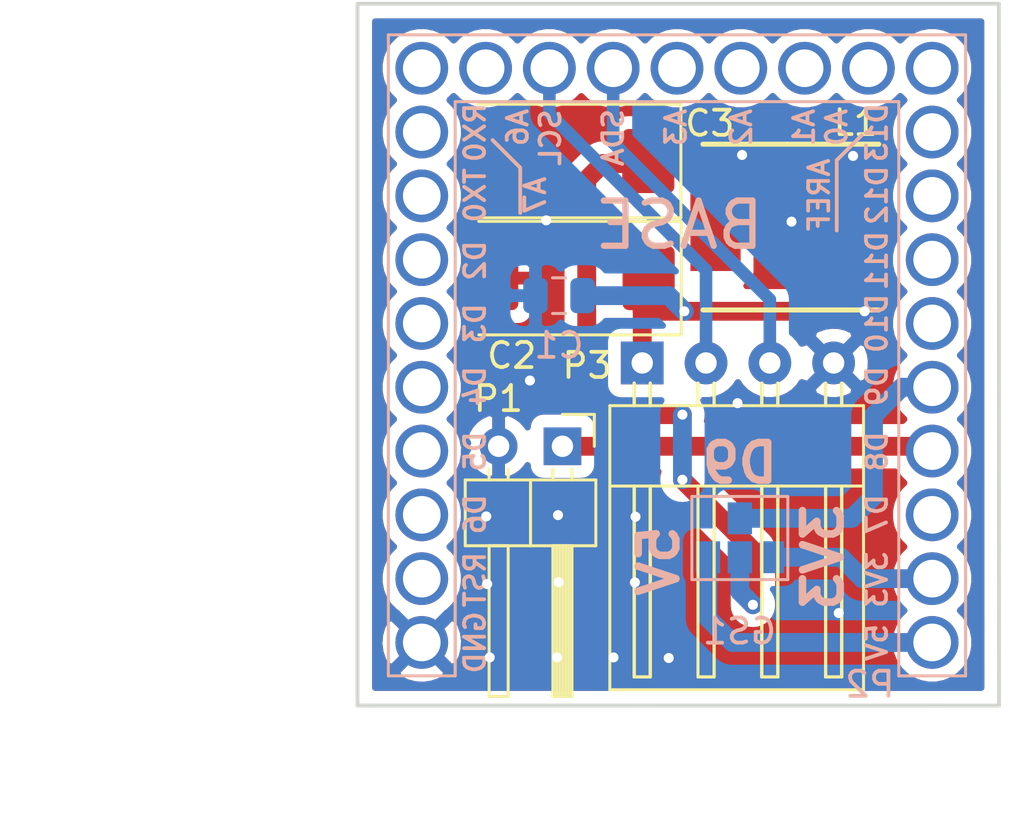
<source format=kicad_pcb>
(kicad_pcb (version 20171130) (host pcbnew "(5.1.5)-3")

  (general
    (thickness 1.6)
    (drawings 18)
    (tracks 65)
    (zones 0)
    (modules 8)
    (nets 30)
  )

  (page A4)
  (title_block
    (title "Microduino Base DE")
    (date "24 dicembre 2017")
    (rev 0.0)
  )

  (layers
    (0 F.Cu signal)
    (31 B.Cu signal)
    (32 B.Adhes user)
    (33 F.Adhes user)
    (34 B.Paste user)
    (35 F.Paste user)
    (36 B.SilkS user)
    (37 F.SilkS user hide)
    (38 B.Mask user)
    (39 F.Mask user)
    (44 Edge.Cuts user)
    (45 Margin user)
    (46 B.CrtYd user hide)
    (47 F.CrtYd user)
    (48 B.Fab user)
    (49 F.Fab user)
  )

  (setup
    (last_trace_width 0.25)
    (user_trace_width 0.4)
    (user_trace_width 0.5)
    (user_trace_width 0.75)
    (user_trace_width 1)
    (user_trace_width 1.5)
    (user_trace_width 2)
    (user_trace_width 2.5)
    (user_trace_width 3)
    (trace_clearance 0.2)
    (zone_clearance 0.508)
    (zone_45_only no)
    (trace_min 0.2)
    (via_size 0.6)
    (via_drill 0.4)
    (via_min_size 0.4)
    (via_min_drill 0.3)
    (user_via 1 0.5)
    (user_via 1.2 0.6)
    (uvia_size 0.3)
    (uvia_drill 0.1)
    (uvias_allowed no)
    (uvia_min_size 0.2)
    (uvia_min_drill 0.1)
    (edge_width 0.15)
    (segment_width 0.15)
    (pcb_text_width 0.3)
    (pcb_text_size 1.5 1.5)
    (mod_edge_width 0.15)
    (mod_text_size 1 1)
    (mod_text_width 0.15)
    (pad_size 1.5 1.5)
    (pad_drill 0.85)
    (pad_to_mask_clearance 0.2)
    (aux_axis_origin 0 0)
    (grid_origin 126.111 104.775)
    (visible_elements 7FFFFFFF)
    (pcbplotparams
      (layerselection 0x210fc_ffffffff)
      (usegerberextensions false)
      (usegerberattributes false)
      (usegerberadvancedattributes false)
      (creategerberjobfile false)
      (excludeedgelayer true)
      (linewidth 0.100000)
      (plotframeref false)
      (viasonmask false)
      (mode 1)
      (useauxorigin false)
      (hpglpennumber 1)
      (hpglpenspeed 20)
      (hpglpendiameter 15.000000)
      (psnegative false)
      (psa4output false)
      (plotreference true)
      (plotvalue true)
      (plotinvisibletext false)
      (padsonsilk false)
      (subtractmaskfromsilk false)
      (outputformat 1)
      (mirror false)
      (drillshape 0)
      (scaleselection 1)
      (outputdirectory ""))
  )

  (net 0 "")
  (net 1 +5V)
  (net 2 +3V3)
  (net 3 /D7)
  (net 4 /D8)
  (net 5 /D9)
  (net 6 /D10)
  (net 7 /D11)
  (net 8 /D12)
  (net 9 /D13)
  (net 10 /D2)
  (net 11 /D3)
  (net 12 /A0)
  (net 13 /A1)
  (net 14 /A2)
  (net 15 /A3)
  (net 16 /SDA)
  (net 17 /SCL)
  (net 18 /A6)
  (net 19 /A7)
  (net 20 /RX0)
  (net 21 /D4)
  (net 22 /D5)
  (net 23 /D6)
  (net 24 /RESET)
  (net 25 GND)
  (net 26 /TX0)
  (net 27 /AREF)
  (net 28 "Net-(C1-Pad2)")
  (net 29 "Net-(C3-Pad1)")

  (net_class Default "Questo è il gruppo di collegamenti predefinito"
    (clearance 0.2)
    (trace_width 0.25)
    (via_dia 0.6)
    (via_drill 0.4)
    (uvia_dia 0.3)
    (uvia_drill 0.1)
    (add_net +3V3)
    (add_net +5V)
    (add_net /A0)
    (add_net /A1)
    (add_net /A2)
    (add_net /A3)
    (add_net /A6)
    (add_net /A7)
    (add_net /AREF)
    (add_net /D10)
    (add_net /D11)
    (add_net /D12)
    (add_net /D13)
    (add_net /D2)
    (add_net /D3)
    (add_net /D4)
    (add_net /D5)
    (add_net /D6)
    (add_net /D7)
    (add_net /D8)
    (add_net /D9)
    (add_net /RESET)
    (add_net /RX0)
    (add_net /SCL)
    (add_net /SDA)
    (add_net /TX0)
    (add_net GND)
    (add_net "Net-(C1-Pad2)")
    (add_net "Net-(C3-Pad1)")
  )

  (module Capacitor_Tantalum_SMD:CP_EIA-7343-43_Kemet-X (layer F.Cu) (tedit 5B301BBE) (tstamp 5FA9018B)
    (at 147.1676 68.9991 180)
    (descr "Tantalum Capacitor SMD Kemet-X (7343-43 Metric), IPC_7351 nominal, (Body size from: http://www.kemet.com/Lists/ProductCatalog/Attachments/253/KEM_TC101_STD.pdf), generated with kicad-footprint-generator")
    (tags "capacitor tantalum")
    (path /5FAA1288)
    (attr smd)
    (fp_text reference C3 (at -5.5626 1.4986) (layer F.SilkS)
      (effects (font (size 1 1) (thickness 0.15)))
    )
    (fp_text value 330uF (at 0 3.1) (layer F.Fab)
      (effects (font (size 1 1) (thickness 0.15)))
    )
    (fp_line (start 3.65 -2.15) (end -2.65 -2.15) (layer F.Fab) (width 0.1))
    (fp_line (start -2.65 -2.15) (end -3.65 -1.15) (layer F.Fab) (width 0.1))
    (fp_line (start -3.65 -1.15) (end -3.65 2.15) (layer F.Fab) (width 0.1))
    (fp_line (start -3.65 2.15) (end 3.65 2.15) (layer F.Fab) (width 0.1))
    (fp_line (start 3.65 2.15) (end 3.65 -2.15) (layer F.Fab) (width 0.1))
    (fp_line (start 3.65 -2.26) (end -4.41 -2.26) (layer F.SilkS) (width 0.12))
    (fp_line (start -4.41 -2.26) (end -4.41 2.26) (layer F.SilkS) (width 0.12))
    (fp_line (start -4.41 2.26) (end 3.65 2.26) (layer F.SilkS) (width 0.12))
    (fp_line (start -4.4 2.4) (end -4.4 -2.4) (layer F.CrtYd) (width 0.05))
    (fp_line (start -4.4 -2.4) (end 4.4 -2.4) (layer F.CrtYd) (width 0.05))
    (fp_line (start 4.4 -2.4) (end 4.4 2.4) (layer F.CrtYd) (width 0.05))
    (fp_line (start 4.4 2.4) (end -4.4 2.4) (layer F.CrtYd) (width 0.05))
    (fp_text user %R (at 0 0) (layer F.Fab)
      (effects (font (size 1 1) (thickness 0.15)))
    )
    (pad 1 smd roundrect (at -3.1125 0 180) (size 2.075 2.55) (layers F.Cu F.Paste F.Mask) (roundrect_rratio 0.120482)
      (net 29 "Net-(C3-Pad1)"))
    (pad 2 smd roundrect (at 3.1125 0 180) (size 2.075 2.55) (layers F.Cu F.Paste F.Mask) (roundrect_rratio 0.120482)
      (net 25 GND))
    (model ${KISYS3DMOD}/Capacitor_Tantalum_SMD.3dshapes/CP_EIA-7343-43_Kemet-X.wrl
      (at (xyz 0 0 0))
      (scale (xyz 1 1 1))
      (rotate (xyz 0 0 0))
    )
  )

  (module Pin_Headers:Pin_Header_Angled_1x02_Pitch2.54mm (layer F.Cu) (tedit 58E90093) (tstamp 58E8EF6E)
    (at 146.861 80.355 270)
    (descr "Through hole angled pin header, 1x02, 2.54mm pitch, 6mm pin length, single row")
    (tags "Through hole angled pin header THT 1x02 2.54mm single row")
    (path /58E8EE76)
    (fp_text reference P1 (at -1.8944 2.5509) (layer F.SilkS)
      (effects (font (size 1 1) (thickness 0.15)))
    )
    (fp_text value CONN_01X02 (at 4.315 4.81 270) (layer F.Fab)
      (effects (font (size 1 1) (thickness 0.15)))
    )
    (fp_line (start 1.4 -1.27) (end 1.4 1.27) (layer F.Fab) (width 0.1))
    (fp_line (start 1.4 1.27) (end 3.9 1.27) (layer F.Fab) (width 0.1))
    (fp_line (start 3.9 1.27) (end 3.9 -1.27) (layer F.Fab) (width 0.1))
    (fp_line (start 3.9 -1.27) (end 1.4 -1.27) (layer F.Fab) (width 0.1))
    (fp_line (start 0 -0.32) (end 0 0.32) (layer F.Fab) (width 0.1))
    (fp_line (start 0 0.32) (end 9.9 0.32) (layer F.Fab) (width 0.1))
    (fp_line (start 9.9 0.32) (end 9.9 -0.32) (layer F.Fab) (width 0.1))
    (fp_line (start 9.9 -0.32) (end 0 -0.32) (layer F.Fab) (width 0.1))
    (fp_line (start 1.4 1.27) (end 1.4 3.81) (layer F.Fab) (width 0.1))
    (fp_line (start 1.4 3.81) (end 3.9 3.81) (layer F.Fab) (width 0.1))
    (fp_line (start 3.9 3.81) (end 3.9 1.27) (layer F.Fab) (width 0.1))
    (fp_line (start 3.9 1.27) (end 1.4 1.27) (layer F.Fab) (width 0.1))
    (fp_line (start 0 2.22) (end 0 2.86) (layer F.Fab) (width 0.1))
    (fp_line (start 0 2.86) (end 9.9 2.86) (layer F.Fab) (width 0.1))
    (fp_line (start 9.9 2.86) (end 9.9 2.22) (layer F.Fab) (width 0.1))
    (fp_line (start 9.9 2.22) (end 0 2.22) (layer F.Fab) (width 0.1))
    (fp_line (start 1.34 -1.33) (end 1.34 1.27) (layer F.SilkS) (width 0.12))
    (fp_line (start 1.34 1.27) (end 3.96 1.27) (layer F.SilkS) (width 0.12))
    (fp_line (start 3.96 1.27) (end 3.96 -1.33) (layer F.SilkS) (width 0.12))
    (fp_line (start 3.96 -1.33) (end 1.34 -1.33) (layer F.SilkS) (width 0.12))
    (fp_line (start 3.96 -0.38) (end 3.96 0.38) (layer F.SilkS) (width 0.12))
    (fp_line (start 3.96 0.38) (end 9.96 0.38) (layer F.SilkS) (width 0.12))
    (fp_line (start 9.96 0.38) (end 9.96 -0.38) (layer F.SilkS) (width 0.12))
    (fp_line (start 9.96 -0.38) (end 3.96 -0.38) (layer F.SilkS) (width 0.12))
    (fp_line (start 0.91 -0.38) (end 1.34 -0.38) (layer F.SilkS) (width 0.12))
    (fp_line (start 0.91 0.38) (end 1.34 0.38) (layer F.SilkS) (width 0.12))
    (fp_line (start 3.96 -0.26) (end 9.96 -0.26) (layer F.SilkS) (width 0.12))
    (fp_line (start 3.96 -0.14) (end 9.96 -0.14) (layer F.SilkS) (width 0.12))
    (fp_line (start 3.96 -0.02) (end 9.96 -0.02) (layer F.SilkS) (width 0.12))
    (fp_line (start 3.96 0.1) (end 9.96 0.1) (layer F.SilkS) (width 0.12))
    (fp_line (start 3.96 0.22) (end 9.96 0.22) (layer F.SilkS) (width 0.12))
    (fp_line (start 3.96 0.34) (end 9.96 0.34) (layer F.SilkS) (width 0.12))
    (fp_line (start 1.34 1.27) (end 1.34 3.87) (layer F.SilkS) (width 0.12))
    (fp_line (start 1.34 3.87) (end 3.96 3.87) (layer F.SilkS) (width 0.12))
    (fp_line (start 3.96 3.87) (end 3.96 1.27) (layer F.SilkS) (width 0.12))
    (fp_line (start 3.96 1.27) (end 1.34 1.27) (layer F.SilkS) (width 0.12))
    (fp_line (start 3.96 2.16) (end 3.96 2.92) (layer F.SilkS) (width 0.12))
    (fp_line (start 3.96 2.92) (end 9.96 2.92) (layer F.SilkS) (width 0.12))
    (fp_line (start 9.96 2.92) (end 9.96 2.16) (layer F.SilkS) (width 0.12))
    (fp_line (start 9.96 2.16) (end 3.96 2.16) (layer F.SilkS) (width 0.12))
    (fp_line (start 0.91 2.16) (end 1.34 2.16) (layer F.SilkS) (width 0.12))
    (fp_line (start 0.91 2.92) (end 1.34 2.92) (layer F.SilkS) (width 0.12))
    (fp_line (start -1.27 0) (end -1.27 -1.27) (layer F.SilkS) (width 0.12))
    (fp_line (start -1.27 -1.27) (end 0 -1.27) (layer F.SilkS) (width 0.12))
    (fp_line (start -1.8 -1.8) (end -1.8 4.35) (layer F.CrtYd) (width 0.05))
    (fp_line (start -1.8 4.35) (end 10.4 4.35) (layer F.CrtYd) (width 0.05))
    (fp_line (start 10.4 4.35) (end 10.4 -1.8) (layer F.CrtYd) (width 0.05))
    (fp_line (start 10.4 -1.8) (end -1.8 -1.8) (layer F.CrtYd) (width 0.05))
    (fp_text user %R (at -2.032 1.3208) (layer F.Fab)
      (effects (font (size 1 1) (thickness 0.15)))
    )
    (pad 1 thru_hole rect (at 0 0 270) (size 1.5 1.5) (drill 0.85) (layers *.Cu *.Mask)
      (net 4 /D8))
    (pad 2 thru_hole oval (at 0 2.54 270) (size 1.5 1.5) (drill 0.85) (layers *.Cu *.Mask)
      (net 25 GND))
    (model ${KISYS3DMOD}/Pin_Headers.3dshapes/Pin_Header_Angled_1x02_Pitch2.54mm.wrl
      (offset (xyz 0 -1.269999980926514 0))
      (scale (xyz 1 1 1))
      (rotate (xyz 0 0 90))
    )
  )

  (module Libreria_PCB_mia:WHURT_4pin_90°_61900411021 (layer F.Cu) (tedit 597E0A48) (tstamp 597AF288)
    (at 150.0378 77.0382)
    (descr "Horizontal AMP connector with 2.54mm pitch")
    (tags "connector horizontal")
    (path /58E8CD07)
    (fp_text reference P3 (at -2.1971 0.1016) (layer F.SilkS)
      (effects (font (size 1 1) (thickness 0.15)))
    )
    (fp_text value CONN_01X04 (at 3.81 14.9) (layer F.Fab)
      (effects (font (size 1 1) (thickness 0.15)))
    )
    (fp_line (start 5.4 12.5) (end 5.4 4.9) (layer F.SilkS) (width 0.12))
    (fp_line (start 4.76 12.5) (end 5.4 12.5) (layer F.SilkS) (width 0.12))
    (fp_line (start 4.76 4.9) (end 4.76 12.5) (layer F.SilkS) (width 0.12))
    (fp_line (start 4.76 1.7) (end 4.76 0.8) (layer F.SilkS) (width 0.12))
    (fp_line (start 5.4 0.8) (end 5.4 1.7) (layer F.SilkS) (width 0.12))
    (fp_line (start 5.4 0.8) (end 5.4 1.7) (layer F.SilkS) (width 0.12))
    (fp_line (start 4.76 1.7) (end 4.76 0.8) (layer F.SilkS) (width 0.12))
    (fp_line (start 4.76 4.9) (end 4.76 12.5) (layer F.SilkS) (width 0.12))
    (fp_line (start 4.76 12.5) (end 5.4 12.5) (layer F.SilkS) (width 0.12))
    (fp_line (start 5.4 12.5) (end 5.4 4.9) (layer F.SilkS) (width 0.12))
    (fp_line (start 5.4 12.5) (end 5.4 4.9) (layer F.SilkS) (width 0.12))
    (fp_line (start 4.76 12.5) (end 5.4 12.5) (layer F.SilkS) (width 0.12))
    (fp_line (start 4.76 4.9) (end 4.76 12.5) (layer F.SilkS) (width 0.12))
    (fp_line (start 4.76 1.7) (end 4.76 0.8) (layer F.SilkS) (width 0.12))
    (fp_line (start 5.4 0.8) (end 5.4 1.7) (layer F.SilkS) (width 0.12))
    (fp_line (start 5.4 0.8) (end 5.4 1.7) (layer F.SilkS) (width 0.12))
    (fp_line (start 4.76 1.7) (end 4.76 0.8) (layer F.SilkS) (width 0.12))
    (fp_line (start 4.76 4.9) (end 4.76 12.5) (layer F.SilkS) (width 0.12))
    (fp_line (start 4.76 12.5) (end 5.4 12.5) (layer F.SilkS) (width 0.12))
    (fp_line (start 5.4 12.5) (end 5.4 4.9) (layer F.SilkS) (width 0.12))
    (fp_line (start 7.94 12.5) (end 7.94 4.9) (layer F.SilkS) (width 0.12))
    (fp_line (start 7.3 12.5) (end 7.94 12.5) (layer F.SilkS) (width 0.12))
    (fp_line (start 7.3 4.9) (end 7.3 12.5) (layer F.SilkS) (width 0.12))
    (fp_line (start 7.3 1.7) (end 7.3 0.8) (layer F.SilkS) (width 0.12))
    (fp_line (start 7.94 0.8) (end 7.94 1.7) (layer F.SilkS) (width 0.12))
    (fp_line (start 7.94 0.8) (end 7.94 1.7) (layer F.SilkS) (width 0.12))
    (fp_line (start 7.3 1.7) (end 7.3 0.8) (layer F.SilkS) (width 0.12))
    (fp_line (start 7.3 4.9) (end 7.3 12.5) (layer F.SilkS) (width 0.12))
    (fp_line (start 7.3 12.5) (end 7.94 12.5) (layer F.SilkS) (width 0.12))
    (fp_line (start 7.94 12.5) (end 7.94 4.9) (layer F.SilkS) (width 0.12))
    (fp_line (start 7.94 12.5) (end 7.94 4.9) (layer F.SilkS) (width 0.12))
    (fp_line (start 7.3 12.5) (end 7.94 12.5) (layer F.SilkS) (width 0.12))
    (fp_line (start 7.3 4.9) (end 7.3 12.5) (layer F.SilkS) (width 0.12))
    (fp_line (start 7.3 1.7) (end 7.3 0.8) (layer F.SilkS) (width 0.12))
    (fp_line (start 7.94 0.8) (end 7.94 1.7) (layer F.SilkS) (width 0.12))
    (fp_line (start 7.94 0.8) (end 7.94 1.7) (layer F.SilkS) (width 0.12))
    (fp_line (start 7.3 1.7) (end 7.3 0.8) (layer F.SilkS) (width 0.12))
    (fp_line (start 7.3 4.9) (end 7.3 12.5) (layer F.SilkS) (width 0.12))
    (fp_line (start 7.3 12.5) (end 7.94 12.5) (layer F.SilkS) (width 0.12))
    (fp_line (start 7.94 12.5) (end 7.94 4.9) (layer F.SilkS) (width 0.12))
    (fp_line (start 2.86 12.5) (end 2.86 4.9) (layer F.SilkS) (width 0.12))
    (fp_line (start 2.22 12.5) (end 2.86 12.5) (layer F.SilkS) (width 0.12))
    (fp_line (start 2.22 4.9) (end 2.22 12.5) (layer F.SilkS) (width 0.12))
    (fp_line (start 2.22 1.7) (end 2.22 0.8) (layer F.SilkS) (width 0.12))
    (fp_line (start 2.86 0.8) (end 2.86 1.7) (layer F.SilkS) (width 0.12))
    (fp_line (start 2.86 0.8) (end 2.86 1.7) (layer F.SilkS) (width 0.12))
    (fp_line (start 2.22 1.7) (end 2.22 0.8) (layer F.SilkS) (width 0.12))
    (fp_line (start 2.22 4.9) (end 2.22 12.5) (layer F.SilkS) (width 0.12))
    (fp_line (start 2.22 12.5) (end 2.86 12.5) (layer F.SilkS) (width 0.12))
    (fp_line (start 2.86 12.5) (end 2.86 4.9) (layer F.SilkS) (width 0.12))
    (fp_line (start 2.86 12.5) (end 2.86 4.9) (layer F.SilkS) (width 0.12))
    (fp_line (start 2.22 12.5) (end 2.86 12.5) (layer F.SilkS) (width 0.12))
    (fp_line (start 2.22 4.9) (end 2.22 12.5) (layer F.SilkS) (width 0.12))
    (fp_line (start 2.22 1.7) (end 2.22 0.8) (layer F.SilkS) (width 0.12))
    (fp_line (start 2.86 0.8) (end 2.86 1.7) (layer F.SilkS) (width 0.12))
    (fp_line (start 2.86 0.8) (end 2.86 1.7) (layer F.SilkS) (width 0.12))
    (fp_line (start 2.22 1.7) (end 2.22 0.8) (layer F.SilkS) (width 0.12))
    (fp_line (start 2.22 4.9) (end 2.22 12.5) (layer F.SilkS) (width 0.12))
    (fp_line (start 2.22 12.5) (end 2.86 12.5) (layer F.SilkS) (width 0.12))
    (fp_line (start 2.86 12.5) (end 2.86 4.9) (layer F.SilkS) (width 0.12))
    (fp_line (start 0.32 12.5) (end 0.32 4.9) (layer F.SilkS) (width 0.12))
    (fp_line (start -0.32 12.5) (end 0.32 12.5) (layer F.SilkS) (width 0.12))
    (fp_line (start -0.32 4.9) (end -0.32 12.5) (layer F.SilkS) (width 0.12))
    (fp_line (start -0.32 1.7) (end -0.32 0.8) (layer F.SilkS) (width 0.12))
    (fp_line (start 0.32 0.8) (end 0.32 1.7) (layer F.SilkS) (width 0.12))
    (fp_line (start 0.32 0.8) (end 0.32 1.7) (layer F.SilkS) (width 0.12))
    (fp_line (start -0.32 1.7) (end -0.32 0.8) (layer F.SilkS) (width 0.12))
    (fp_line (start -0.32 4.9) (end -0.32 12.5) (layer F.SilkS) (width 0.12))
    (fp_line (start -0.32 12.5) (end 0.32 12.5) (layer F.SilkS) (width 0.12))
    (fp_line (start 0.32 12.5) (end 0.32 4.9) (layer F.SilkS) (width 0.12))
    (fp_line (start 0.32 12.5) (end 0.32 4.9) (layer F.SilkS) (width 0.12))
    (fp_line (start -0.32 12.5) (end 0.32 12.5) (layer F.SilkS) (width 0.12))
    (fp_line (start -0.32 4.9) (end -0.32 12.5) (layer F.SilkS) (width 0.12))
    (fp_line (start -0.32 1.7) (end -0.32 0.8) (layer F.SilkS) (width 0.12))
    (fp_line (start 0.32 0.8) (end 0.32 1.7) (layer F.SilkS) (width 0.12))
    (fp_line (start -1.78 -1.23) (end -1.78 13.3) (layer F.CrtYd) (width 0.05))
    (fp_line (start -1.78 13.3) (end 9.32 13.3) (layer F.CrtYd) (width 0.05))
    (fp_line (start 9.32 13.3) (end 9.32 -1.23) (layer F.CrtYd) (width 0.05))
    (fp_line (start 9.32 -1.23) (end -1.78 -1.23) (layer F.CrtYd) (width 0.05))
    (fp_line (start 0.32 0.8) (end 0.32 1.7) (layer F.SilkS) (width 0.12))
    (fp_line (start -0.32 1.7) (end -0.32 0.8) (layer F.SilkS) (width 0.12))
    (fp_line (start -0.32 4.9) (end -0.32 12.5) (layer F.SilkS) (width 0.12))
    (fp_line (start -0.32 12.5) (end 0.32 12.5) (layer F.SilkS) (width 0.12))
    (fp_line (start 0.32 12.5) (end 0.32 4.9) (layer F.SilkS) (width 0.12))
    (fp_line (start 8.81 4.9) (end -1.29 4.9) (layer F.SilkS) (width 0.12))
    (fp_line (start -1.29 1.7) (end -1.29 13.01) (layer F.SilkS) (width 0.12))
    (fp_line (start -1.29 13.01) (end 8.81 13.01) (layer F.SilkS) (width 0.12))
    (fp_line (start 8.81 13.01) (end 8.81 1.7) (layer F.SilkS) (width 0.12))
    (fp_line (start 8.81 1.7) (end -1.29 1.7) (layer F.SilkS) (width 0.12))
    (pad 1 thru_hole rect (at 0 0) (size 1.7 1.7) (drill 0.85) (layers *.Cu *.Mask)
      (net 28 "Net-(C1-Pad2)"))
    (pad 2 thru_hole circle (at 2.54 0) (size 1.7 1.7) (drill 0.85) (layers *.Cu *.Mask)
      (net 17 /SCL))
    (pad 3 thru_hole circle (at 5.08 0) (size 1.7 1.7) (drill 0.85) (layers *.Cu *.Mask)
      (net 16 /SDA))
    (pad 4 thru_hole circle (at 7.62 0) (size 1.7 1.7) (drill 0.85) (layers *.Cu *.Mask)
      (net 25 GND))
    (model Connectors.3dshapes/Wafer_Horizontal17.5x5.8x7RM2.5-6.wrl
      (at (xyz 0 0 0))
      (scale (xyz 4 4 4))
      (rotate (xyz 0 0 0))
    )
    (model C:/Librerie_Kicad/SamacSys_Parts.3dshapes/61900411021.stp
      (at (xyz 0 0 0))
      (scale (xyz 1 1 1))
      (rotate (xyz 0 0 -180))
    )
  )

  (module Libreria_PCB_mia:GS4 (layer B.Cu) (tedit 597AF558) (tstamp 597AF4AE)
    (at 153.924 84.7725 270)
    (descr "3-pin solder bridge")
    (tags "solder bridge")
    (path /597AF362)
    (attr smd)
    (fp_text reference GS1 (at 2.9464 0.0127) (layer B.SilkS)
      (effects (font (size 1 1) (thickness 0.15)) (justify mirror))
    )
    (fp_text value GS4 (at 1.8 0) (layer B.Fab)
      (effects (font (size 1 1) (thickness 0.15)) (justify mirror))
    )
    (fp_line (start -0.89 1.91) (end -2.42 1.91) (layer B.SilkS) (width 0.12))
    (fp_line (start -0.89 -1.91) (end -2.42 -1.91) (layer B.SilkS) (width 0.12))
    (fp_line (start -1.15 -2.15) (end -2.69 -2.15) (layer B.CrtYd) (width 0.05))
    (fp_line (start -1.14 2.15) (end -2.69 2.15) (layer B.CrtYd) (width 0.05))
    (fp_line (start -1.15 2.15) (end 1.15 2.15) (layer B.CrtYd) (width 0.05))
    (fp_line (start 1.15 2.15) (end 1.15 -2.15) (layer B.CrtYd) (width 0.05))
    (fp_line (start 1.15 -2.15) (end -1.15 -2.15) (layer B.CrtYd) (width 0.05))
    (fp_line (start -2.69 -2.15) (end -2.69 2.15) (layer B.CrtYd) (width 0.05))
    (fp_line (start -2.42 1.91) (end -2.42 -1.91) (layer B.SilkS) (width 0.12))
    (fp_line (start -0.89 -1.91) (end 0.89 -1.91) (layer B.SilkS) (width 0.12))
    (fp_line (start 0.89 -1.91) (end 0.89 1.91) (layer B.SilkS) (width 0.12))
    (fp_line (start -0.89 1.91) (end 0.89 1.91) (layer B.SilkS) (width 0.12))
    (pad 1 smd rect (at 0 1.27 270) (size 1.27 0.97) (layers B.Cu B.Paste B.Mask)
      (net 1 +5V))
    (pad 2 smd rect (at 0 0 270) (size 1.27 0.97) (layers B.Cu B.Paste B.Mask)
      (net 29 "Net-(C3-Pad1)"))
    (pad 3 smd rect (at 0 -1.27 270) (size 1.27 0.97) (layers B.Cu B.Paste B.Mask)
      (net 2 +3V3))
    (pad 4 smd rect (at -1.55 0 270) (size 1.27 0.97) (layers B.Cu B.Paste B.Mask)
      (net 5 /D9))
  )

  (module Libreria_PCB_mia:Upin_27 (layer B.Cu) (tedit 597E0A54) (tstamp 597E308E)
    (at 161.581 88.165 180)
    (descr "Through hole straight socket strip, 1x09, 2.54mm pitch, single row")
    (tags "Through hole socket strip THT 1x09 2.54mm single row")
    (path /58E8C7EF)
    (fp_text reference P2 (at 2.48 -1.67 180) (layer B.SilkS)
      (effects (font (size 1 1) (thickness 0.15)) (justify mirror))
    )
    (fp_text value CONN_1x27 (at -2.83 10.17 90) (layer B.Fab)
      (effects (font (size 1 1) (thickness 0.15)) (justify mirror))
    )
    (fp_line (start 16.4 18.9) (end 17.5 20) (layer B.SilkS) (width 0.15))
    (fp_line (start 16.4 18.9) (end 16.4 17.1) (layer B.SilkS) (width 0.15))
    (fp_text user A7 (at 15.8 17.8 90) (layer B.SilkS)
      (effects (font (size 0.8 0.8) (thickness 0.15)) (justify mirror))
    )
    (fp_line (start 2.8 20.2) (end 3.8 19.2) (layer B.SilkS) (width 0.15))
    (fp_line (start 3.8 19.2) (end 3.8 16.4) (layer B.SilkS) (width 0.15))
    (fp_text user AREF (at 4.5 17.8 90) (layer B.SilkS)
      (effects (font (size 0.8 0.8) (thickness 0.15)) (justify mirror))
    )
    (fp_text user GND (at 18.2 0 90) (layer B.SilkS)
      (effects (font (size 0.8 0.8) (thickness 0.15)) (justify mirror))
    )
    (fp_text user RST (at 18.2 2.5 90) (layer B.SilkS)
      (effects (font (size 0.8 0.8) (thickness 0.15)) (justify mirror))
    )
    (fp_text user D6 (at 18.2 5.1 90) (layer B.SilkS)
      (effects (font (size 0.8 0.8) (thickness 0.15)) (justify mirror))
    )
    (fp_text user D5 (at 18.2 7.6 90) (layer B.SilkS)
      (effects (font (size 0.8 0.8) (thickness 0.15)) (justify mirror))
    )
    (fp_text user D4 (at 18.2 10.2 90) (layer B.SilkS)
      (effects (font (size 0.8 0.8) (thickness 0.15)) (justify mirror))
    )
    (fp_text user D3 (at 18.2 12.7 90) (layer B.SilkS)
      (effects (font (size 0.8 0.8) (thickness 0.15)) (justify mirror))
    )
    (fp_text user D2 (at 18.2 15.2 90) (layer B.SilkS)
      (effects (font (size 0.8 0.8) (thickness 0.15)) (justify mirror))
    )
    (fp_text user TX0 (at 18.2 17.8 90) (layer B.SilkS)
      (effects (font (size 0.8 0.8) (thickness 0.15)) (justify mirror))
    )
    (fp_text user RX0 (at 18.2 20.3 90) (layer B.SilkS)
      (effects (font (size 0.8 0.8) (thickness 0.15)) (justify mirror))
    )
    (fp_text user A6 (at 16.5 20.5 90) (layer B.SilkS)
      (effects (font (size 0.8 0.8) (thickness 0.15)) (justify mirror))
    )
    (fp_text user SCL (at 15.2 20.1 90) (layer B.SilkS)
      (effects (font (size 0.8 0.8) (thickness 0.15)) (justify mirror))
    )
    (fp_text user SDA (at 12.7 20.1 90) (layer B.SilkS)
      (effects (font (size 0.8 0.8) (thickness 0.15)) (justify mirror))
    )
    (fp_text user A3 (at 10.2 20.5 90) (layer B.SilkS)
      (effects (font (size 0.8 0.8) (thickness 0.15)) (justify mirror))
    )
    (fp_text user A2 (at 7.6 20.5 90) (layer B.SilkS)
      (effects (font (size 0.8 0.8) (thickness 0.15)) (justify mirror))
    )
    (fp_text user A1 (at 5.1 20.5 90) (layer B.SilkS)
      (effects (font (size 0.8 0.8) (thickness 0.15)) (justify mirror))
    )
    (fp_text user A0 (at 3.8 20.5 90) (layer B.SilkS)
      (effects (font (size 0.8 0.8) (thickness 0.15)) (justify mirror))
    )
    (fp_text user D13 (at 2.2 20.3 90) (layer B.SilkS)
      (effects (font (size 0.8 0.8) (thickness 0.15)) (justify mirror))
    )
    (fp_text user D12 (at 2.2 17.8 90) (layer B.SilkS)
      (effects (font (size 0.8 0.8) (thickness 0.15)) (justify mirror))
    )
    (fp_text user D11 (at 2.2 15.2 90) (layer B.SilkS)
      (effects (font (size 0.8 0.8) (thickness 0.15)) (justify mirror))
    )
    (fp_text user D10 (at 2.2 12.7 90) (layer B.SilkS)
      (effects (font (size 0.8 0.8) (thickness 0.15)) (justify mirror))
    )
    (fp_text user D9 (at 2.2 10.2 90) (layer B.SilkS)
      (effects (font (size 0.8 0.8) (thickness 0.15)) (justify mirror))
    )
    (fp_text user D8 (at 2.2 7.6 90) (layer B.SilkS)
      (effects (font (size 0.8 0.8) (thickness 0.15)) (justify mirror))
    )
    (fp_text user D7 (at 2.2 5.1 90) (layer B.SilkS)
      (effects (font (size 0.8 0.8) (thickness 0.15)) (justify mirror))
    )
    (fp_text user 3V3 (at 2.2 2.5 90) (layer B.SilkS)
      (effects (font (size 0.8 0.8) (thickness 0.15)) (justify mirror))
    )
    (fp_text user 5V (at 2.2 0 90) (layer B.SilkS)
      (effects (font (size 0.8 0.8) (thickness 0.15)) (justify mirror))
    )
    (fp_line (start 1.8 -1.78) (end 1.8 21.05) (layer B.CrtYd) (width 0.12))
    (fp_line (start 18.52 21.05) (end 1.8 21.05) (layer B.CrtYd) (width 0.12))
    (fp_line (start -1.27 24.13) (end -1.27 -1.27) (layer B.Fab) (width 0.12))
    (fp_line (start 1.27 -1.27) (end 1.27 21.59) (layer B.Fab) (width 0.12))
    (fp_line (start 1.27 21.59) (end 19.05 21.59) (layer B.Fab) (width 0.12))
    (fp_line (start 19.05 21.59) (end 19.05 -1.27) (layer B.Fab) (width 0.12))
    (fp_line (start 19.05 -1.27) (end 21.59 -1.27) (layer B.Fab) (width 0.12))
    (fp_line (start 21.59 -1.27) (end 21.59 24.13) (layer B.Fab) (width 0.12))
    (fp_line (start 21.59 24.13) (end -1.27 24.13) (layer B.Fab) (width 0.12))
    (fp_line (start 21.65 -1.33) (end 21.65 24.19) (layer B.SilkS) (width 0.12))
    (fp_line (start 21.65 24.19) (end -1.33 24.19) (layer B.SilkS) (width 0.12))
    (fp_line (start -1.33 -1.33) (end -1.33 24.19) (layer B.SilkS) (width 0.12))
    (fp_line (start 1.33 -1.33) (end 1.33 21.53) (layer B.SilkS) (width 0.12))
    (fp_line (start 1.33 21.53) (end 18.99 21.53) (layer B.SilkS) (width 0.12))
    (fp_line (start 18.99 -1.33) (end 18.99 21.53) (layer B.SilkS) (width 0.12))
    (fp_line (start 18.99 -1.33) (end 18.99 5.48) (layer B.SilkS) (width 0.12))
    (fp_line (start -1.8 24.67) (end 22.12 24.67) (layer B.CrtYd) (width 0.12))
    (fp_line (start -1.8 -1.78) (end -1.8 24.67) (layer B.CrtYd) (width 0.12))
    (fp_line (start 22.12 -1.78) (end 22.12 24.67) (layer B.CrtYd) (width 0.12))
    (fp_line (start 18.52 21.05) (end 18.52 -1.8) (layer B.CrtYd) (width 0.12))
    (fp_line (start 18.52 -1.8) (end 22.12 -1.8) (layer B.CrtYd) (width 0.12))
    (fp_line (start -1.27 -1.27) (end 1.27 -1.27) (layer B.Fab) (width 0.12))
    (fp_line (start -1.33 -1.33) (end 1.33 -1.33) (layer B.SilkS) (width 0.12))
    (fp_line (start 21.65 -1.33) (end 18.99 -1.33) (layer B.SilkS) (width 0.12))
    (fp_line (start -1.33 20.32) (end -1.33 21.65) (layer B.SilkS) (width 0.12))
    (fp_line (start -1.8 -1.78) (end 1.8 -1.78) (layer B.CrtYd) (width 0.12))
    (fp_text user %R (at 0 -2.54 180) (layer B.Fab)
      (effects (font (size 1 1) (thickness 0.15)) (justify mirror))
    )
    (pad 9 thru_hole circle (at 0 20.32 180) (size 2.1 2.1) (drill 1.5) (layers *.Cu *.Mask)
      (net 9 /D13))
    (pad 8 thru_hole circle (at 0 17.78 180) (size 2.1 2.1) (drill 1.5) (layers *.Cu *.Mask)
      (net 8 /D12))
    (pad 7 thru_hole circle (at 0 15.24 180) (size 2.1 2.1) (drill 1.5) (layers *.Cu *.Mask)
      (net 7 /D11))
    (pad 6 thru_hole circle (at 0 12.7 180) (size 2.1 2.1) (drill 1.5) (layers *.Cu *.Mask)
      (net 6 /D10))
    (pad 5 thru_hole circle (at 0 10.16 180) (size 2.1 2.1) (drill 1.5) (layers *.Cu *.Mask)
      (net 5 /D9))
    (pad 4 thru_hole circle (at 0 7.62 180) (size 2.1 2.1) (drill 1.5) (layers *.Cu *.Mask)
      (net 4 /D8))
    (pad 3 thru_hole circle (at 0 5.08 180) (size 2.1 2.1) (drill 1.5) (layers *.Cu *.Mask)
      (net 3 /D7))
    (pad 2 thru_hole circle (at 0 2.54 180) (size 2.1 2.1) (drill 1.5) (layers *.Cu *.Mask)
      (net 2 +3V3))
    (pad 1 thru_hole circle (at 0 0 180) (size 2.1 2.1) (drill 1.5) (layers *.Cu *.Mask)
      (net 1 +5V))
    (pad 10 thru_hole circle (at 0 22.86 180) (size 2.1 2.1) (drill 1.5) (layers *.Cu *.Mask)
      (net 27 /AREF))
    (pad 11 thru_hole circle (at 2.54 22.86 180) (size 2.1 2.1) (drill 1.5) (layers *.Cu *.Mask)
      (net 12 /A0))
    (pad 12 thru_hole circle (at 5.08 22.86 180) (size 2.1 2.1) (drill 1.5) (layers *.Cu *.Mask)
      (net 13 /A1))
    (pad 13 thru_hole circle (at 7.62 22.86 180) (size 2.1 2.1) (drill 1.5) (layers *.Cu *.Mask)
      (net 14 /A2))
    (pad 14 thru_hole circle (at 10.16 22.86 180) (size 2.1 2.1) (drill 1.5) (layers *.Cu *.Mask)
      (net 15 /A3))
    (pad 15 thru_hole circle (at 12.7 22.86 180) (size 2.1 2.1) (drill 1.5) (layers *.Cu *.Mask)
      (net 16 /SDA))
    (pad 16 thru_hole circle (at 15.24 22.86 180) (size 2.1 2.1) (drill 1.5) (layers *.Cu *.Mask)
      (net 17 /SCL))
    (pad 17 thru_hole circle (at 17.78 22.86 180) (size 2.1 2.1) (drill 1.5) (layers *.Cu *.Mask)
      (net 18 /A6))
    (pad 18 thru_hole circle (at 20.32 22.86 180) (size 2.1 2.1) (drill 1.5) (layers *.Cu *.Mask)
      (net 19 /A7))
    (pad 19 thru_hole circle (at 20.32 20.32 180) (size 2.1 2.1) (drill 1.5) (layers *.Cu *.Mask)
      (net 20 /RX0))
    (pad 20 thru_hole circle (at 20.32 17.78 180) (size 2.1 2.1) (drill 1.5) (layers *.Cu *.Mask)
      (net 26 /TX0))
    (pad 21 thru_hole circle (at 20.32 15.24 180) (size 2.1 2.1) (drill 1.5) (layers *.Cu *.Mask)
      (net 10 /D2))
    (pad 22 thru_hole circle (at 20.32 12.7 180) (size 2.1 2.1) (drill 1.5) (layers *.Cu *.Mask)
      (net 11 /D3))
    (pad 23 thru_hole circle (at 20.32 10.16 180) (size 2.1 2.1) (drill 1.5) (layers *.Cu *.Mask)
      (net 21 /D4))
    (pad 24 thru_hole circle (at 20.32 7.62 180) (size 2.1 2.1) (drill 1.5) (layers *.Cu *.Mask)
      (net 22 /D5))
    (pad 25 thru_hole circle (at 20.32 5.08 180) (size 2.1 2.1) (drill 1.5) (layers *.Cu *.Mask)
      (net 23 /D6))
    (pad 26 thru_hole circle (at 20.32 2.54 180) (size 2.1 2.1) (drill 1.5) (layers *.Cu *.Mask)
      (net 24 /RESET))
    (pad 27 thru_hole circle (at 20.32 0 180) (size 2.1 2.1) (drill 1.5) (layers *.Cu *.Mask)
      (net 25 GND))
  )

  (module Capacitor_Tantalum_SMD:CP_EIA-7343-43_Kemet-X (layer F.Cu) (tedit 5B301BBE) (tstamp 5FA90178)
    (at 147.1803 73.66 180)
    (descr "Tantalum Capacitor SMD Kemet-X (7343-43 Metric), IPC_7351 nominal, (Body size from: http://www.kemet.com/Lists/ProductCatalog/Attachments/253/KEM_TC101_STD.pdf), generated with kicad-footprint-generator")
    (tags "capacitor tantalum")
    (path /5FAA1292)
    (attr smd)
    (fp_text reference C2 (at 2.3368 -3.0861) (layer F.SilkS)
      (effects (font (size 1 1) (thickness 0.15)))
    )
    (fp_text value 330uF (at 0 3.1) (layer F.Fab)
      (effects (font (size 1 1) (thickness 0.15)))
    )
    (fp_text user %R (at 0 0) (layer F.Fab)
      (effects (font (size 1 1) (thickness 0.15)))
    )
    (fp_line (start 4.4 2.4) (end -4.4 2.4) (layer F.CrtYd) (width 0.05))
    (fp_line (start 4.4 -2.4) (end 4.4 2.4) (layer F.CrtYd) (width 0.05))
    (fp_line (start -4.4 -2.4) (end 4.4 -2.4) (layer F.CrtYd) (width 0.05))
    (fp_line (start -4.4 2.4) (end -4.4 -2.4) (layer F.CrtYd) (width 0.05))
    (fp_line (start -4.41 2.26) (end 3.65 2.26) (layer F.SilkS) (width 0.12))
    (fp_line (start -4.41 -2.26) (end -4.41 2.26) (layer F.SilkS) (width 0.12))
    (fp_line (start 3.65 -2.26) (end -4.41 -2.26) (layer F.SilkS) (width 0.12))
    (fp_line (start 3.65 2.15) (end 3.65 -2.15) (layer F.Fab) (width 0.1))
    (fp_line (start -3.65 2.15) (end 3.65 2.15) (layer F.Fab) (width 0.1))
    (fp_line (start -3.65 -1.15) (end -3.65 2.15) (layer F.Fab) (width 0.1))
    (fp_line (start -2.65 -2.15) (end -3.65 -1.15) (layer F.Fab) (width 0.1))
    (fp_line (start 3.65 -2.15) (end -2.65 -2.15) (layer F.Fab) (width 0.1))
    (pad 2 smd roundrect (at 3.1125 0 180) (size 2.075 2.55) (layers F.Cu F.Paste F.Mask) (roundrect_rratio 0.120482)
      (net 25 GND))
    (pad 1 smd roundrect (at -3.1125 0 180) (size 2.075 2.55) (layers F.Cu F.Paste F.Mask) (roundrect_rratio 0.120482)
      (net 28 "Net-(C1-Pad2)"))
    (model ${KISYS3DMOD}/Capacitor_Tantalum_SMD.3dshapes/CP_EIA-7343-43_Kemet-X.wrl
      (at (xyz 0 0 0))
      (scale (xyz 1 1 1))
      (rotate (xyz 0 0 0))
    )
  )

  (module SamacSys_Parts:FDSD0630H100MP3 (layer F.Cu) (tedit 0) (tstamp 5FA9019C)
    (at 155.956 71.628)
    (descr "2726 (7066) T=3.0mm")
    (tags Inductor)
    (path /5FAA129C)
    (attr smd)
    (fp_text reference L1 (at 2.5781 -4.1529) (layer F.SilkS)
      (effects (font (size 0.9906 0.9906) (thickness 0.14986)))
    )
    (fp_text value 10uH (at 0 0) (layer F.SilkS) hide
      (effects (font (size 1.27 1.27) (thickness 0.254)))
    )
    (fp_text user %R (at 0.0635 1.778) (layer F.Fab)
      (effects (font (size 1.27 1.27) (thickness 0.254)))
    )
    (fp_line (start -4.375 -3.7) (end 4.375 -3.7) (layer F.CrtYd) (width 0.05))
    (fp_line (start 4.375 -3.7) (end 4.375 3.7) (layer F.CrtYd) (width 0.05))
    (fp_line (start 4.375 3.7) (end -4.375 3.7) (layer F.CrtYd) (width 0.05))
    (fp_line (start -4.375 3.7) (end -4.375 -3.7) (layer F.CrtYd) (width 0.05))
    (fp_line (start -3.5 -3.3) (end 3.5 -3.3) (layer F.Fab) (width 0.1))
    (fp_line (start 3.5 -3.3) (end 3.5 3.3) (layer F.Fab) (width 0.1))
    (fp_line (start 3.5 3.3) (end -3.5 3.3) (layer F.Fab) (width 0.1))
    (fp_line (start -3.5 3.3) (end -3.5 -3.3) (layer F.Fab) (width 0.1))
    (fp_line (start 3.5 -3.3) (end -3.5 -3.3) (layer F.SilkS) (width 0.2))
    (fp_line (start -3.5 3.3) (end 3.5 3.3) (layer F.SilkS) (width 0.2))
    (pad 1 smd rect (at -3 0) (size 2 3.5) (layers F.Cu F.Paste F.Mask)
      (net 29 "Net-(C3-Pad1)"))
    (pad 2 smd rect (at 3 0) (size 2 3.5) (layers F.Cu F.Paste F.Mask)
      (net 28 "Net-(C1-Pad2)"))
    (model C:\Librerie_Kicad\SamacSys_Parts.3dshapes\FDSD0630-H-100M=P3.stp
      (at (xyz 0 0 0))
      (scale (xyz 1 1 1))
      (rotate (xyz 0 0 0))
    )
  )

  (module Capacitor_SMD:C_0805_2012Metric (layer B.Cu) (tedit 5B36C52B) (tstamp 5FB3BD85)
    (at 146.7254 74.3585)
    (descr "Capacitor SMD 0805 (2012 Metric), square (rectangular) end terminal, IPC_7351 nominal, (Body size source: https://docs.google.com/spreadsheets/d/1BsfQQcO9C6DZCsRaXUlFlo91Tg2WpOkGARC1WS5S8t0/edit?usp=sharing), generated with kicad-footprint-generator")
    (tags capacitor)
    (path /5FB377CC)
    (attr smd)
    (fp_text reference C1 (at -0.0023 1.9812) (layer B.SilkS)
      (effects (font (size 1 1) (thickness 0.15)) (justify mirror))
    )
    (fp_text value 100nF (at 0 -1.65) (layer B.Fab)
      (effects (font (size 1 1) (thickness 0.15)) (justify mirror))
    )
    (fp_line (start -1 -0.6) (end -1 0.6) (layer B.Fab) (width 0.1))
    (fp_line (start -1 0.6) (end 1 0.6) (layer B.Fab) (width 0.1))
    (fp_line (start 1 0.6) (end 1 -0.6) (layer B.Fab) (width 0.1))
    (fp_line (start 1 -0.6) (end -1 -0.6) (layer B.Fab) (width 0.1))
    (fp_line (start -0.258578 0.71) (end 0.258578 0.71) (layer B.SilkS) (width 0.12))
    (fp_line (start -0.258578 -0.71) (end 0.258578 -0.71) (layer B.SilkS) (width 0.12))
    (fp_line (start -1.68 -0.95) (end -1.68 0.95) (layer B.CrtYd) (width 0.05))
    (fp_line (start -1.68 0.95) (end 1.68 0.95) (layer B.CrtYd) (width 0.05))
    (fp_line (start 1.68 0.95) (end 1.68 -0.95) (layer B.CrtYd) (width 0.05))
    (fp_line (start 1.68 -0.95) (end -1.68 -0.95) (layer B.CrtYd) (width 0.05))
    (fp_text user %R (at 0.0127 0) (layer B.Fab)
      (effects (font (size 0.5 0.5) (thickness 0.08)) (justify mirror))
    )
    (pad 1 smd roundrect (at -0.9375 0) (size 0.975 1.4) (layers B.Cu B.Paste B.Mask) (roundrect_rratio 0.25)
      (net 25 GND))
    (pad 2 smd roundrect (at 0.9375 0) (size 0.975 1.4) (layers B.Cu B.Paste B.Mask) (roundrect_rratio 0.25)
      (net 28 "Net-(C1-Pad2)"))
    (model ${KISYS3DMOD}/Capacitor_SMD.3dshapes/C_0805_2012Metric.wrl
      (at (xyz 0 0 0))
      (scale (xyz 1 1 1))
      (rotate (xyz 0 0 0))
    )
  )

  (gr_text BASE (at 151.511 71.5518) (layer B.SilkS)
    (effects (font (size 1.8 1.8) (thickness 0.25)) (justify mirror))
  )
  (gr_line (start 164.2364 62.738) (end 138.701 62.738) (angle 90) (layer Edge.Cuts) (width 0.15))
  (gr_line (start 164.241 90.678) (end 164.2364 62.738) (angle 90) (layer Edge.Cuts) (width 0.15))
  (gr_line (start 138.701 90.675) (end 164.241 90.678) (angle 90) (layer Edge.Cuts) (width 0.15))
  (gr_line (start 138.701 62.738) (end 138.701 90.675) (angle 90) (layer Edge.Cuts) (width 0.15))
  (gr_text D9 (at 153.924 81.026) (layer B.SilkS)
    (effects (font (size 1.5 1.5) (thickness 0.3)) (justify mirror))
  )
  (gr_text 3V3 (at 157.2387 84.7725 90) (layer B.SilkS)
    (effects (font (size 1.5 1.5) (thickness 0.3)) (justify mirror))
  )
  (gr_text 5V (at 150.6982 84.9122 90) (layer B.SilkS)
    (effects (font (size 1.5 1.5) (thickness 0.3)) (justify mirror))
  )
  (gr_arc (start 140.6144 88.773) (end 140.6144 90.678) (angle 90) (layer Margin) (width 0.15) (tstamp 58E794BF))
  (gr_line (start 164.2364 64.643) (end 164.2364 88.773) (angle 90) (layer Margin) (width 0.15))
  (gr_line (start 140.6144 62.738) (end 162.3314 62.738) (angle 90) (layer Margin) (width 0.15))
  (gr_line (start 138.7094 88.773) (end 138.7094 64.643) (angle 90) (layer Margin) (width 0.15))
  (gr_line (start 162.3314 90.678) (end 140.6144 90.678) (angle 90) (layer Margin) (width 0.15))
  (gr_arc (start 162.3314 88.773) (end 164.2364 88.773) (angle 90) (layer Margin) (width 0.15) (tstamp 58DCB572))
  (gr_arc (start 140.6144 64.643) (end 138.7094 64.643) (angle 90) (layer Margin) (width 0.15) (tstamp 58DCB570))
  (gr_arc (start 162.3314 64.643) (end 162.3314 62.738) (angle 90) (layer Margin) (width 0.15))
  (dimension 27.94 (width 0.3) (layer F.Fab)
    (gr_text "27,940 mm" (at 130.7554 76.708 270) (layer F.Fab)
      (effects (font (size 1.5 1.5) (thickness 0.3)))
    )
    (feature1 (pts (xy 134.1374 90.678) (xy 129.4054 90.678)))
    (feature2 (pts (xy 134.1374 62.738) (xy 129.4054 62.738)))
    (crossbar (pts (xy 132.1054 62.738) (xy 132.1054 90.678)))
    (arrow1a (pts (xy 132.1054 90.678) (xy 131.518979 89.551496)))
    (arrow1b (pts (xy 132.1054 90.678) (xy 132.691821 89.551496)))
    (arrow2a (pts (xy 132.1054 62.738) (xy 131.518979 63.864504)))
    (arrow2b (pts (xy 132.1054 62.738) (xy 132.691821 63.864504)))
  )
  (dimension 25.527 (width 0.3) (layer F.Fab)
    (gr_text "25,527 mm" (at 151.0284 96.266) (layer F.Fab)
      (effects (font (size 1.5 1.5) (thickness 0.3)))
    )
    (feature1 (pts (xy 138.8364 92.456) (xy 138.8364 97.568999)))
    (feature2 (pts (xy 164.3634 92.456) (xy 164.3634 97.568999)))
    (crossbar (pts (xy 164.3634 94.868999) (xy 138.8364 94.868999)))
    (arrow1a (pts (xy 138.8364 94.868999) (xy 139.962904 94.282578)))
    (arrow1b (pts (xy 138.8364 94.868999) (xy 139.962904 95.45542)))
    (arrow2a (pts (xy 164.3634 94.868999) (xy 163.236896 94.282578)))
    (arrow2b (pts (xy 164.3634 94.868999) (xy 163.236896 95.45542)))
  )

  (segment (start 160.8074 88.1634) (end 161.5694 88.1634) (width 0.4) (layer F.Cu) (net 1) (tstamp 58E8FE06))
  (segment (start 160.096076 88.165) (end 161.581 88.165) (width 0.75) (layer B.Cu) (net 1))
  (segment (start 152.654 84.7725) (end 152.654 87.1982) (width 0.75) (layer B.Cu) (net 1))
  (segment (start 153.6208 88.165) (end 160.096076 88.165) (width 0.75) (layer B.Cu) (net 1))
  (segment (start 152.654 87.1982) (end 153.6208 88.165) (width 0.75) (layer B.Cu) (net 1))
  (segment (start 161.581 85.625) (end 158.8024 85.625) (width 0.75) (layer B.Cu) (net 2))
  (segment (start 157.9499 84.7725) (end 155.194 84.7725) (width 0.75) (layer B.Cu) (net 2))
  (segment (start 158.8024 85.625) (end 157.9499 84.7725) (width 0.75) (layer B.Cu) (net 2))
  (segment (start 161.391 80.355) (end 161.581 80.545) (width 0.75) (layer F.Cu) (net 4))
  (segment (start 146.861 80.355) (end 161.391 80.355) (width 0.75) (layer F.Cu) (net 4))
  (segment (start 158.3823 83.2225) (end 153.924 83.2225) (width 0.75) (layer B.Cu) (net 5))
  (segment (start 159.2453 82.3595) (end 158.3823 83.2225) (width 0.75) (layer B.Cu) (net 5))
  (segment (start 159.2453 79.1337) (end 159.2453 82.3595) (width 0.75) (layer B.Cu) (net 5))
  (segment (start 161.581 78.005) (end 160.374 78.005) (width 0.75) (layer B.Cu) (net 5))
  (segment (start 160.374 78.005) (end 159.2453 79.1337) (width 0.75) (layer B.Cu) (net 5))
  (segment (start 155.1178 74.5109) (end 155.1178 77.0382) (width 0.5) (layer B.Cu) (net 16))
  (segment (start 148.881 65.305) (end 148.881 68.2741) (width 0.5) (layer B.Cu) (net 16))
  (segment (start 148.881 68.2741) (end 155.1178 74.5109) (width 0.5) (layer B.Cu) (net 16))
  (segment (start 152.5778 77.0382) (end 152.5778 73.3425) (width 0.5) (layer B.Cu) (net 17))
  (segment (start 146.341 67.1057) (end 146.341 65.305) (width 0.5) (layer B.Cu) (net 17))
  (segment (start 152.5778 73.3425) (end 146.341 67.1057) (width 0.5) (layer B.Cu) (net 17))
  (via (at 143.9672 88.7603) (size 0.6) (drill 0.4) (layers F.Cu B.Cu) (net 25))
  (via (at 146.6469 88.7603) (size 0.6) (drill 0.4) (layers F.Cu B.Cu) (net 25))
  (via (at 148.8948 88.7603) (size 0.6) (drill 0.4) (layers F.Cu B.Cu) (net 25))
  (via (at 151.0919 88.7857) (size 0.6) (drill 0.4) (layers F.Cu B.Cu) (net 25))
  (via (at 149.7457 85.7758) (size 0.6) (drill 0.4) (layers F.Cu B.Cu) (net 25))
  (via (at 146.7104 85.7631) (size 0.6) (drill 0.4) (layers F.Cu B.Cu) (net 25))
  (via (at 143.8656 85.8393) (size 0.6) (drill 0.4) (layers F.Cu B.Cu) (net 25))
  (via (at 143.8275 83.1469) (size 0.6) (drill 0.4) (layers F.Cu B.Cu) (net 25))
  (via (at 146.685 83.0961) (size 0.6) (drill 0.4) (layers F.Cu B.Cu) (net 25))
  (via (at 149.7711 83.1596) (size 0.6) (drill 0.4) (layers F.Cu B.Cu) (net 25))
  (via (at 153.8351 78.6384) (size 0.6) (drill 0.4) (layers F.Cu B.Cu) (net 25))
  (via (at 158.8897 74.9808) (size 0.6) (drill 0.4) (layers F.Cu B.Cu) (net 25))
  (via (at 145.5674 77.7367) (size 0.6) (drill 0.4) (layers F.Cu B.Cu) (net 25))
  (via (at 146.2151 71.3613) (size 0.6) (drill 0.4) (layers F.Cu B.Cu) (net 25))
  (via (at 154.0129 68.7578) (size 0.6) (drill 0.4) (layers F.Cu B.Cu) (net 25))
  (via (at 155.9814 71.4121) (size 0.6) (drill 0.4) (layers F.Cu B.Cu) (net 25))
  (via (at 158.4325 68.7959) (size 0.6) (drill 0.4) (layers F.Cu B.Cu) (net 25))
  (via (at 157.861 86.995) (size 0.6) (drill 0.4) (layers F.Cu B.Cu) (net 25))
  (segment (start 150.0378 73.9277) (end 150.2801 73.6854) (width 0.75) (layer F.Cu) (net 28))
  (segment (start 158.956 72.378) (end 156.3532 74.9808) (width 0.75) (layer F.Cu) (net 28))
  (segment (start 158.956 71.628) (end 158.956 72.378) (width 0.75) (layer F.Cu) (net 28))
  (segment (start 150.0378 77.0382) (end 150.0378 74.9808) (width 0.75) (layer F.Cu) (net 28))
  (segment (start 150.0378 74.9808) (end 150.0378 73.9277) (width 0.75) (layer F.Cu) (net 28))
  (via (at 151.7142 74.9808) (size 0.6) (drill 0.4) (layers F.Cu B.Cu) (net 28))
  (segment (start 147.6629 74.3585) (end 151.0919 74.3585) (width 0.75) (layer B.Cu) (net 28))
  (segment (start 156.3532 74.9808) (end 151.7142 74.9808) (width 0.75) (layer F.Cu) (net 28))
  (segment (start 151.0919 74.3585) (end 151.7142 74.9808) (width 0.75) (layer B.Cu) (net 28))
  (segment (start 151.7142 74.9808) (end 150.0378 74.9808) (width 0.75) (layer F.Cu) (net 28))
  (segment (start 152.956 71.628) (end 152.956 70.1774) (width 0.75) (layer F.Cu) (net 29))
  (segment (start 151.8793 69.1007) (end 150.2928 69.1007) (width 0.75) (layer F.Cu) (net 29))
  (segment (start 152.956 70.1774) (end 151.8793 69.1007) (width 0.75) (layer F.Cu) (net 29))
  (segment (start 153.924 84.7725) (end 153.924 86.1441) (width 0.75) (layer B.Cu) (net 29))
  (via (at 154.4447 86.6648) (size 0.6) (drill 0.4) (layers F.Cu B.Cu) (net 29))
  (segment (start 153.924 86.1441) (end 154.4447 86.6648) (width 0.75) (layer B.Cu) (net 29))
  (segment (start 154.4447 86.6648) (end 154.4447 84.4931) (width 0.75) (layer F.Cu) (net 29))
  (via (at 151.638 81.6864) (size 0.6) (drill 0.4) (layers F.Cu B.Cu) (net 29))
  (segment (start 154.4447 84.4931) (end 151.638 81.6864) (width 0.75) (layer F.Cu) (net 29))
  (via (at 151.638 79.0956) (size 0.6) (drill 0.4) (layers F.Cu B.Cu) (net 29))
  (segment (start 151.638 81.6864) (end 151.638 79.0956) (width 0.75) (layer B.Cu) (net 29))
  (segment (start 147.828 78.1304) (end 147.828 69.7357) (width 0.75) (layer F.Cu) (net 29))
  (segment (start 151.638 79.0956) (end 148.7932 79.0956) (width 0.75) (layer F.Cu) (net 29))
  (segment (start 148.463 69.1007) (end 150.2928 69.1007) (width 0.75) (layer F.Cu) (net 29))
  (segment (start 147.828 69.7357) (end 148.463 69.1007) (width 0.75) (layer F.Cu) (net 29))
  (segment (start 148.7932 79.0956) (end 147.828 78.1304) (width 0.75) (layer F.Cu) (net 29))

  (zone (net 25) (net_name GND) (layer F.Cu) (tstamp 5FB6CF5F) (hatch edge 0.508)
    (connect_pads (clearance 0.508))
    (min_thickness 0.254)
    (fill yes (arc_segments 32) (thermal_gap 0.508) (thermal_bridge_width 0.508))
    (polygon
      (pts
        (xy 164.3507 90.6399) (xy 138.7221 90.6399) (xy 138.7221 62.7126) (xy 164.3507 62.7126)
      )
    )
    (filled_polygon
      (pts
        (xy 163.530883 89.967917) (xy 139.411 89.965084) (xy 139.411 89.336066) (xy 140.269539 89.336066) (xy 140.371339 89.605579)
        (xy 140.669477 89.751463) (xy 140.990346 89.83638) (xy 141.321617 89.857066) (xy 141.650557 89.812728) (xy 141.964527 89.705069)
        (xy 142.150661 89.605579) (xy 142.252461 89.336066) (xy 141.261 88.344605) (xy 140.269539 89.336066) (xy 139.411 89.336066)
        (xy 139.411 88.225617) (xy 139.568934 88.225617) (xy 139.613272 88.554557) (xy 139.720931 88.868527) (xy 139.820421 89.054661)
        (xy 140.089934 89.156461) (xy 141.081395 88.165) (xy 141.440605 88.165) (xy 142.432066 89.156461) (xy 142.701579 89.054661)
        (xy 142.847463 88.756523) (xy 142.93238 88.435654) (xy 142.953066 88.104383) (xy 142.908728 87.775443) (xy 142.801069 87.461473)
        (xy 142.701579 87.275339) (xy 142.432066 87.173539) (xy 141.440605 88.165) (xy 141.081395 88.165) (xy 140.089934 87.173539)
        (xy 139.820421 87.275339) (xy 139.674537 87.573477) (xy 139.58962 87.894346) (xy 139.568934 88.225617) (xy 139.411 88.225617)
        (xy 139.411 65.139042) (xy 139.576 65.139042) (xy 139.576 65.470958) (xy 139.640754 65.796496) (xy 139.767772 66.103147)
        (xy 139.952175 66.379125) (xy 140.14805 66.575) (xy 139.952175 66.770875) (xy 139.767772 67.046853) (xy 139.640754 67.353504)
        (xy 139.576 67.679042) (xy 139.576 68.010958) (xy 139.640754 68.336496) (xy 139.767772 68.643147) (xy 139.952175 68.919125)
        (xy 140.14805 69.115) (xy 139.952175 69.310875) (xy 139.767772 69.586853) (xy 139.640754 69.893504) (xy 139.576 70.219042)
        (xy 139.576 70.550958) (xy 139.640754 70.876496) (xy 139.767772 71.183147) (xy 139.952175 71.459125) (xy 140.14805 71.655)
        (xy 139.952175 71.850875) (xy 139.767772 72.126853) (xy 139.640754 72.433504) (xy 139.576 72.759042) (xy 139.576 73.090958)
        (xy 139.640754 73.416496) (xy 139.767772 73.723147) (xy 139.952175 73.999125) (xy 140.14805 74.195) (xy 139.952175 74.390875)
        (xy 139.767772 74.666853) (xy 139.640754 74.973504) (xy 139.576 75.299042) (xy 139.576 75.630958) (xy 139.640754 75.956496)
        (xy 139.767772 76.263147) (xy 139.952175 76.539125) (xy 140.14805 76.735) (xy 139.952175 76.930875) (xy 139.767772 77.206853)
        (xy 139.640754 77.513504) (xy 139.576 77.839042) (xy 139.576 78.170958) (xy 139.640754 78.496496) (xy 139.767772 78.803147)
        (xy 139.952175 79.079125) (xy 140.14805 79.275) (xy 139.952175 79.470875) (xy 139.767772 79.746853) (xy 139.640754 80.053504)
        (xy 139.576 80.379042) (xy 139.576 80.710958) (xy 139.640754 81.036496) (xy 139.767772 81.343147) (xy 139.952175 81.619125)
        (xy 140.14805 81.815) (xy 139.952175 82.010875) (xy 139.767772 82.286853) (xy 139.640754 82.593504) (xy 139.576 82.919042)
        (xy 139.576 83.250958) (xy 139.640754 83.576496) (xy 139.767772 83.883147) (xy 139.952175 84.159125) (xy 140.14805 84.355)
        (xy 139.952175 84.550875) (xy 139.767772 84.826853) (xy 139.640754 85.133504) (xy 139.576 85.459042) (xy 139.576 85.790958)
        (xy 139.640754 86.116496) (xy 139.767772 86.423147) (xy 139.952175 86.699125) (xy 140.186875 86.933825) (xy 140.271009 86.990042)
        (xy 140.269539 86.993934) (xy 141.261 87.985395) (xy 142.252461 86.993934) (xy 142.250991 86.990042) (xy 142.335125 86.933825)
        (xy 142.569825 86.699125) (xy 142.754228 86.423147) (xy 142.881246 86.116496) (xy 142.946 85.790958) (xy 142.946 85.459042)
        (xy 142.881246 85.133504) (xy 142.754228 84.826853) (xy 142.569825 84.550875) (xy 142.37395 84.355) (xy 142.569825 84.159125)
        (xy 142.754228 83.883147) (xy 142.881246 83.576496) (xy 142.946 83.250958) (xy 142.946 82.919042) (xy 142.881246 82.593504)
        (xy 142.754228 82.286853) (xy 142.569825 82.010875) (xy 142.37395 81.815) (xy 142.569825 81.619125) (xy 142.754228 81.343147)
        (xy 142.881246 81.036496) (xy 142.946 80.710958) (xy 142.946 80.482002) (xy 143.100579 80.482002) (xy 142.978677 80.696186)
        (xy 143.071031 80.951504) (xy 143.211421 81.183899) (xy 143.394451 81.38444) (xy 143.613088 81.54542) (xy 143.85893 81.660653)
        (xy 143.979815 81.697318) (xy 144.194 81.574656) (xy 144.194 80.482) (xy 144.174 80.482) (xy 144.174 80.228)
        (xy 144.194 80.228) (xy 144.194 79.135344) (xy 143.979815 79.012682) (xy 143.85893 79.049347) (xy 143.613088 79.16458)
        (xy 143.394451 79.32556) (xy 143.211421 79.526101) (xy 143.071031 79.758496) (xy 142.978677 80.013814) (xy 143.100579 80.227998)
        (xy 142.936 80.227998) (xy 142.936 80.328769) (xy 142.881246 80.053504) (xy 142.754228 79.746853) (xy 142.569825 79.470875)
        (xy 142.37395 79.275) (xy 142.569825 79.079125) (xy 142.754228 78.803147) (xy 142.881246 78.496496) (xy 142.946 78.170958)
        (xy 142.946 77.839042) (xy 142.881246 77.513504) (xy 142.754228 77.206853) (xy 142.569825 76.930875) (xy 142.37395 76.735)
        (xy 142.569825 76.539125) (xy 142.754228 76.263147) (xy 142.881246 75.956496) (xy 142.946 75.630958) (xy 142.946 75.564769)
        (xy 143.0303 75.573072) (xy 143.78205 75.57) (xy 143.9408 75.41125) (xy 143.9408 73.787) (xy 144.1948 73.787)
        (xy 144.1948 75.41125) (xy 144.35355 75.57) (xy 145.1053 75.573072) (xy 145.229782 75.560812) (xy 145.34948 75.524502)
        (xy 145.459794 75.465537) (xy 145.556485 75.386185) (xy 145.635837 75.289494) (xy 145.694802 75.17918) (xy 145.731112 75.059482)
        (xy 145.743372 74.935) (xy 145.7403 73.94575) (xy 145.58155 73.787) (xy 144.1948 73.787) (xy 143.9408 73.787)
        (xy 143.9208 73.787) (xy 143.9208 73.533) (xy 143.9408 73.533) (xy 143.9408 71.90875) (xy 144.1948 71.90875)
        (xy 144.1948 73.533) (xy 145.58155 73.533) (xy 145.7403 73.37425) (xy 145.743372 72.385) (xy 145.731112 72.260518)
        (xy 145.694802 72.14082) (xy 145.635837 72.030506) (xy 145.556485 71.933815) (xy 145.459794 71.854463) (xy 145.34948 71.795498)
        (xy 145.229782 71.759188) (xy 145.1053 71.746928) (xy 144.35355 71.75) (xy 144.1948 71.90875) (xy 143.9408 71.90875)
        (xy 143.78205 71.75) (xy 143.0303 71.746928) (xy 142.905818 71.759188) (xy 142.78612 71.795498) (xy 142.675806 71.854463)
        (xy 142.608907 71.909365) (xy 142.569825 71.850875) (xy 142.37395 71.655) (xy 142.569825 71.459125) (xy 142.754228 71.183147)
        (xy 142.873955 70.894099) (xy 142.893118 70.899912) (xy 143.0176 70.912172) (xy 143.76935 70.9091) (xy 143.9281 70.75035)
        (xy 143.9281 69.1261) (xy 144.1821 69.1261) (xy 144.1821 70.75035) (xy 144.34085 70.9091) (xy 145.0926 70.912172)
        (xy 145.217082 70.899912) (xy 145.33678 70.863602) (xy 145.447094 70.804637) (xy 145.543785 70.725285) (xy 145.623137 70.628594)
        (xy 145.682102 70.51828) (xy 145.718412 70.398582) (xy 145.730672 70.2741) (xy 145.7276 69.28485) (xy 145.56885 69.1261)
        (xy 144.1821 69.1261) (xy 143.9281 69.1261) (xy 143.9081 69.1261) (xy 143.9081 68.8721) (xy 143.9281 68.8721)
        (xy 143.9281 67.24785) (xy 144.1821 67.24785) (xy 144.1821 68.8721) (xy 145.56885 68.8721) (xy 145.7276 68.71335)
        (xy 145.730672 67.7241) (xy 145.718412 67.599618) (xy 145.682102 67.47992) (xy 145.623137 67.369606) (xy 145.543785 67.272915)
        (xy 145.447094 67.193563) (xy 145.33678 67.134598) (xy 145.217082 67.098288) (xy 145.0926 67.086028) (xy 144.34085 67.0891)
        (xy 144.1821 67.24785) (xy 143.9281 67.24785) (xy 143.76935 67.0891) (xy 143.0176 67.086028) (xy 142.893118 67.098288)
        (xy 142.788658 67.129976) (xy 142.754228 67.046853) (xy 142.569825 66.770875) (xy 142.37395 66.575) (xy 142.531 66.41795)
        (xy 142.726875 66.613825) (xy 143.002853 66.798228) (xy 143.309504 66.925246) (xy 143.635042 66.99) (xy 143.966958 66.99)
        (xy 144.292496 66.925246) (xy 144.599147 66.798228) (xy 144.875125 66.613825) (xy 145.071 66.41795) (xy 145.266875 66.613825)
        (xy 145.542853 66.798228) (xy 145.849504 66.925246) (xy 146.175042 66.99) (xy 146.506958 66.99) (xy 146.832496 66.925246)
        (xy 147.139147 66.798228) (xy 147.415125 66.613825) (xy 147.611 66.41795) (xy 147.806875 66.613825) (xy 148.082853 66.798228)
        (xy 148.389504 66.925246) (xy 148.715042 66.99) (xy 149.046958 66.99) (xy 149.372496 66.925246) (xy 149.679147 66.798228)
        (xy 149.955125 66.613825) (xy 150.151 66.41795) (xy 150.346875 66.613825) (xy 150.622853 66.798228) (xy 150.929504 66.925246)
        (xy 151.255042 66.99) (xy 151.586958 66.99) (xy 151.912496 66.925246) (xy 152.219147 66.798228) (xy 152.495125 66.613825)
        (xy 152.691 66.41795) (xy 152.886875 66.613825) (xy 153.162853 66.798228) (xy 153.469504 66.925246) (xy 153.795042 66.99)
        (xy 154.126958 66.99) (xy 154.452496 66.925246) (xy 154.759147 66.798228) (xy 155.035125 66.613825) (xy 155.231 66.41795)
        (xy 155.426875 66.613825) (xy 155.702853 66.798228) (xy 156.009504 66.925246) (xy 156.335042 66.99) (xy 156.666958 66.99)
        (xy 156.992496 66.925246) (xy 157.299147 66.798228) (xy 157.575125 66.613825) (xy 157.771 66.41795) (xy 157.966875 66.613825)
        (xy 158.242853 66.798228) (xy 158.549504 66.925246) (xy 158.875042 66.99) (xy 159.206958 66.99) (xy 159.532496 66.925246)
        (xy 159.839147 66.798228) (xy 160.115125 66.613825) (xy 160.311 66.41795) (xy 160.46805 66.575) (xy 160.272175 66.770875)
        (xy 160.087772 67.046853) (xy 159.960754 67.353504) (xy 159.896 67.679042) (xy 159.896 68.010958) (xy 159.960754 68.336496)
        (xy 160.087772 68.643147) (xy 160.272175 68.919125) (xy 160.46805 69.115) (xy 160.272175 69.310875) (xy 160.264246 69.322742)
        (xy 160.20018 69.288498) (xy 160.080482 69.252188) (xy 159.956 69.239928) (xy 157.956 69.239928) (xy 157.831518 69.252188)
        (xy 157.71182 69.288498) (xy 157.601506 69.347463) (xy 157.504815 69.426815) (xy 157.425463 69.523506) (xy 157.366498 69.63382)
        (xy 157.330188 69.753518) (xy 157.317928 69.878) (xy 157.317928 72.587717) (xy 155.934845 73.9708) (xy 154.189308 73.9708)
        (xy 154.20018 73.967502) (xy 154.310494 73.908537) (xy 154.407185 73.829185) (xy 154.486537 73.732494) (xy 154.545502 73.62218)
        (xy 154.581812 73.502482) (xy 154.594072 73.378) (xy 154.594072 69.878) (xy 154.581812 69.753518) (xy 154.545502 69.63382)
        (xy 154.486537 69.523506) (xy 154.407185 69.426815) (xy 154.310494 69.347463) (xy 154.20018 69.288498) (xy 154.080482 69.252188)
        (xy 153.956 69.239928) (xy 153.446884 69.239928) (xy 152.628561 68.421606) (xy 152.596933 68.383067) (xy 152.44314 68.256853)
        (xy 152.26768 68.163068) (xy 152.077294 68.105315) (xy 151.955672 68.093336) (xy 151.955672 67.9741) (xy 151.938608 67.800846)
        (xy 151.888072 67.63425) (xy 151.806005 67.480714) (xy 151.695562 67.346138) (xy 151.560986 67.235695) (xy 151.40745 67.153628)
        (xy 151.240854 67.103092) (xy 151.0676 67.086028) (xy 149.4926 67.086028) (xy 149.319346 67.103092) (xy 149.15275 67.153628)
        (xy 148.999214 67.235695) (xy 148.864638 67.346138) (xy 148.754195 67.480714) (xy 148.672128 67.63425) (xy 148.621592 67.800846)
        (xy 148.604528 67.9741) (xy 148.604528 68.0907) (xy 148.512608 68.0907) (xy 148.463 68.085814) (xy 148.265005 68.105315)
        (xy 148.07462 68.163068) (xy 147.89916 68.256853) (xy 147.745367 68.383067) (xy 147.713739 68.421606) (xy 147.148901 68.986444)
        (xy 147.110368 69.018067) (xy 147.078745 69.0566) (xy 147.078744 69.056601) (xy 146.984154 69.17186) (xy 146.890368 69.347321)
        (xy 146.832615 69.537706) (xy 146.813114 69.7357) (xy 146.818001 69.785318) (xy 146.818 78.080792) (xy 146.813114 78.1304)
        (xy 146.832615 78.328394) (xy 146.884542 78.499572) (xy 146.890368 78.518779) (xy 146.984153 78.69424) (xy 147.110367 78.848033)
        (xy 147.148905 78.879661) (xy 147.236173 78.966928) (xy 146.111 78.966928) (xy 145.986518 78.979188) (xy 145.86682 79.015498)
        (xy 145.756506 79.074463) (xy 145.659815 79.153815) (xy 145.580463 79.250506) (xy 145.521498 79.36082) (xy 145.485188 79.480518)
        (xy 145.473673 79.597437) (xy 145.430579 79.526101) (xy 145.247549 79.32556) (xy 145.028912 79.16458) (xy 144.78307 79.049347)
        (xy 144.662185 79.012682) (xy 144.448 79.135344) (xy 144.448 80.228) (xy 144.468 80.228) (xy 144.468 80.482)
        (xy 144.448 80.482) (xy 144.448 81.574656) (xy 144.662185 81.697318) (xy 144.78307 81.660653) (xy 145.028912 81.54542)
        (xy 145.247549 81.38444) (xy 145.430579 81.183899) (xy 145.473673 81.112563) (xy 145.485188 81.229482) (xy 145.521498 81.34918)
        (xy 145.580463 81.459494) (xy 145.659815 81.556185) (xy 145.756506 81.635537) (xy 145.86682 81.694502) (xy 145.986518 81.730812)
        (xy 146.111 81.743072) (xy 147.611 81.743072) (xy 147.735482 81.730812) (xy 147.85518 81.694502) (xy 147.965494 81.635537)
        (xy 148.062185 81.556185) (xy 148.141537 81.459494) (xy 148.192046 81.365) (xy 150.68005 81.365) (xy 150.642615 81.488406)
        (xy 150.623114 81.6864) (xy 150.642615 81.884394) (xy 150.700368 82.074779) (xy 150.794154 82.25024) (xy 150.888744 82.365499)
        (xy 153.434701 84.911456) (xy 153.4347 86.714407) (xy 153.449315 86.862793) (xy 153.507068 87.053179) (xy 153.600853 87.22864)
        (xy 153.727067 87.382433) (xy 153.88086 87.508647) (xy 154.05632 87.602432) (xy 154.246706 87.660185) (xy 154.4447 87.679686)
        (xy 154.642693 87.660185) (xy 154.833079 87.602432) (xy 155.00854 87.508647) (xy 155.162333 87.382433) (xy 155.288547 87.22864)
        (xy 155.382332 87.05318) (xy 155.440085 86.862794) (xy 155.4547 86.714408) (xy 155.4547 84.542704) (xy 155.459586 84.493099)
        (xy 155.449808 84.393825) (xy 155.440085 84.295106) (xy 155.382332 84.10472) (xy 155.288547 83.92926) (xy 155.162333 83.775467)
        (xy 155.123794 83.743839) (xy 152.744955 81.365) (xy 160.102374 81.365) (xy 160.272175 81.619125) (xy 160.46805 81.815)
        (xy 160.272175 82.010875) (xy 160.087772 82.286853) (xy 159.960754 82.593504) (xy 159.896 82.919042) (xy 159.896 83.250958)
        (xy 159.960754 83.576496) (xy 160.087772 83.883147) (xy 160.272175 84.159125) (xy 160.46805 84.355) (xy 160.272175 84.550875)
        (xy 160.087772 84.826853) (xy 159.960754 85.133504) (xy 159.896 85.459042) (xy 159.896 85.790958) (xy 159.960754 86.116496)
        (xy 160.087772 86.423147) (xy 160.272175 86.699125) (xy 160.46805 86.895) (xy 160.272175 87.090875) (xy 160.087772 87.366853)
        (xy 159.960754 87.673504) (xy 159.896 87.999042) (xy 159.896 88.330958) (xy 159.960754 88.656496) (xy 160.087772 88.963147)
        (xy 160.272175 89.239125) (xy 160.506875 89.473825) (xy 160.782853 89.658228) (xy 161.089504 89.785246) (xy 161.415042 89.85)
        (xy 161.746958 89.85) (xy 162.072496 89.785246) (xy 162.379147 89.658228) (xy 162.655125 89.473825) (xy 162.889825 89.239125)
        (xy 163.074228 88.963147) (xy 163.201246 88.656496) (xy 163.266 88.330958) (xy 163.266 87.999042) (xy 163.201246 87.673504)
        (xy 163.074228 87.366853) (xy 162.889825 87.090875) (xy 162.69395 86.895) (xy 162.889825 86.699125) (xy 163.074228 86.423147)
        (xy 163.201246 86.116496) (xy 163.266 85.790958) (xy 163.266 85.459042) (xy 163.201246 85.133504) (xy 163.074228 84.826853)
        (xy 162.889825 84.550875) (xy 162.69395 84.355) (xy 162.889825 84.159125) (xy 163.074228 83.883147) (xy 163.201246 83.576496)
        (xy 163.266 83.250958) (xy 163.266 82.919042) (xy 163.201246 82.593504) (xy 163.074228 82.286853) (xy 162.889825 82.010875)
        (xy 162.69395 81.815) (xy 162.889825 81.619125) (xy 163.074228 81.343147) (xy 163.201246 81.036496) (xy 163.266 80.710958)
        (xy 163.266 80.379042) (xy 163.201246 80.053504) (xy 163.074228 79.746853) (xy 162.889825 79.470875) (xy 162.69395 79.275)
        (xy 162.889825 79.079125) (xy 163.074228 78.803147) (xy 163.201246 78.496496) (xy 163.266 78.170958) (xy 163.266 77.839042)
        (xy 163.201246 77.513504) (xy 163.074228 77.206853) (xy 162.889825 76.930875) (xy 162.69395 76.735) (xy 162.889825 76.539125)
        (xy 163.074228 76.263147) (xy 163.201246 75.956496) (xy 163.266 75.630958) (xy 163.266 75.299042) (xy 163.201246 74.973504)
        (xy 163.074228 74.666853) (xy 162.889825 74.390875) (xy 162.69395 74.195) (xy 162.889825 73.999125) (xy 163.074228 73.723147)
        (xy 163.201246 73.416496) (xy 163.266 73.090958) (xy 163.266 72.759042) (xy 163.201246 72.433504) (xy 163.074228 72.126853)
        (xy 162.889825 71.850875) (xy 162.69395 71.655) (xy 162.889825 71.459125) (xy 163.074228 71.183147) (xy 163.201246 70.876496)
        (xy 163.266 70.550958) (xy 163.266 70.219042) (xy 163.201246 69.893504) (xy 163.074228 69.586853) (xy 162.889825 69.310875)
        (xy 162.69395 69.115) (xy 162.889825 68.919125) (xy 163.074228 68.643147) (xy 163.201246 68.336496) (xy 163.266 68.010958)
        (xy 163.266 67.679042) (xy 163.201246 67.353504) (xy 163.074228 67.046853) (xy 162.889825 66.770875) (xy 162.69395 66.575)
        (xy 162.889825 66.379125) (xy 163.074228 66.103147) (xy 163.201246 65.796496) (xy 163.266 65.470958) (xy 163.266 65.139042)
        (xy 163.201246 64.813504) (xy 163.074228 64.506853) (xy 162.889825 64.230875) (xy 162.655125 63.996175) (xy 162.379147 63.811772)
        (xy 162.072496 63.684754) (xy 161.746958 63.62) (xy 161.415042 63.62) (xy 161.089504 63.684754) (xy 160.782853 63.811772)
        (xy 160.506875 63.996175) (xy 160.311 64.19205) (xy 160.115125 63.996175) (xy 159.839147 63.811772) (xy 159.532496 63.684754)
        (xy 159.206958 63.62) (xy 158.875042 63.62) (xy 158.549504 63.684754) (xy 158.242853 63.811772) (xy 157.966875 63.996175)
        (xy 157.771 64.19205) (xy 157.575125 63.996175) (xy 157.299147 63.811772) (xy 156.992496 63.684754) (xy 156.666958 63.62)
        (xy 156.335042 63.62) (xy 156.009504 63.684754) (xy 155.702853 63.811772) (xy 155.426875 63.996175) (xy 155.231 64.19205)
        (xy 155.035125 63.996175) (xy 154.759147 63.811772) (xy 154.452496 63.684754) (xy 154.126958 63.62) (xy 153.795042 63.62)
        (xy 153.469504 63.684754) (xy 153.162853 63.811772) (xy 152.886875 63.996175) (xy 152.691 64.19205) (xy 152.495125 63.996175)
        (xy 152.219147 63.811772) (xy 151.912496 63.684754) (xy 151.586958 63.62) (xy 151.255042 63.62) (xy 150.929504 63.684754)
        (xy 150.622853 63.811772) (xy 150.346875 63.996175) (xy 150.151 64.19205) (xy 149.955125 63.996175) (xy 149.679147 63.811772)
        (xy 149.372496 63.684754) (xy 149.046958 63.62) (xy 148.715042 63.62) (xy 148.389504 63.684754) (xy 148.082853 63.811772)
        (xy 147.806875 63.996175) (xy 147.611 64.19205) (xy 147.415125 63.996175) (xy 147.139147 63.811772) (xy 146.832496 63.684754)
        (xy 146.506958 63.62) (xy 146.175042 63.62) (xy 145.849504 63.684754) (xy 145.542853 63.811772) (xy 145.266875 63.996175)
        (xy 145.071 64.19205) (xy 144.875125 63.996175) (xy 144.599147 63.811772) (xy 144.292496 63.684754) (xy 143.966958 63.62)
        (xy 143.635042 63.62) (xy 143.309504 63.684754) (xy 143.002853 63.811772) (xy 142.726875 63.996175) (xy 142.531 64.19205)
        (xy 142.335125 63.996175) (xy 142.059147 63.811772) (xy 141.752496 63.684754) (xy 141.426958 63.62) (xy 141.095042 63.62)
        (xy 140.769504 63.684754) (xy 140.462853 63.811772) (xy 140.186875 63.996175) (xy 139.952175 64.230875) (xy 139.767772 64.506853)
        (xy 139.640754 64.813504) (xy 139.576 65.139042) (xy 139.411 65.139042) (xy 139.411 63.448) (xy 163.526518 63.448)
      )
    )
    (filled_polygon
      (pts
        (xy 160.272175 73.999125) (xy 160.46805 74.195) (xy 160.272175 74.390875) (xy 160.087772 74.666853) (xy 159.960754 74.973504)
        (xy 159.896 75.299042) (xy 159.896 75.630958) (xy 159.960754 75.956496) (xy 160.087772 76.263147) (xy 160.272175 76.539125)
        (xy 160.46805 76.735) (xy 160.272175 76.930875) (xy 160.087772 77.206853) (xy 159.960754 77.513504) (xy 159.896 77.839042)
        (xy 159.896 78.170958) (xy 159.960754 78.496496) (xy 160.087772 78.803147) (xy 160.272175 79.079125) (xy 160.46805 79.275)
        (xy 160.39805 79.345) (xy 152.617791 79.345) (xy 152.633385 79.293594) (xy 152.652886 79.0956) (xy 152.633385 78.897606)
        (xy 152.575632 78.70722) (xy 152.481847 78.53176) (xy 152.474822 78.5232) (xy 152.72406 78.5232) (xy 153.010958 78.466132)
        (xy 153.281211 78.35419) (xy 153.524432 78.191675) (xy 153.731275 77.984832) (xy 153.8478 77.81044) (xy 153.964325 77.984832)
        (xy 154.171168 78.191675) (xy 154.414389 78.35419) (xy 154.684642 78.466132) (xy 154.97154 78.5232) (xy 155.26406 78.5232)
        (xy 155.550958 78.466132) (xy 155.821211 78.35419) (xy 156.064432 78.191675) (xy 156.18951 78.066597) (xy 156.809008 78.066597)
        (xy 156.886643 78.315672) (xy 157.150683 78.441571) (xy 157.434211 78.513539) (xy 157.726331 78.528811) (xy 158.015819 78.486799)
        (xy 158.291547 78.389119) (xy 158.428957 78.315672) (xy 158.506592 78.066597) (xy 157.6578 77.217805) (xy 156.809008 78.066597)
        (xy 156.18951 78.066597) (xy 156.271275 77.984832) (xy 156.387111 77.811471) (xy 156.629403 77.886992) (xy 157.478195 77.0382)
        (xy 157.837405 77.0382) (xy 158.686197 77.886992) (xy 158.935272 77.809357) (xy 159.061171 77.545317) (xy 159.133139 77.261789)
        (xy 159.148411 76.969669) (xy 159.106399 76.680181) (xy 159.008719 76.404453) (xy 158.935272 76.267043) (xy 158.686197 76.189408)
        (xy 157.837405 77.0382) (xy 157.478195 77.0382) (xy 156.629403 76.189408) (xy 156.387111 76.264929) (xy 156.271275 76.091568)
        (xy 156.170507 75.9908) (xy 156.303592 75.9908) (xy 156.3532 75.995686) (xy 156.551194 75.976185) (xy 156.6161 75.956496)
        (xy 156.74158 75.918432) (xy 156.85666 75.85692) (xy 156.809008 76.009803) (xy 157.6578 76.858595) (xy 158.506592 76.009803)
        (xy 158.428957 75.760728) (xy 158.164917 75.634829) (xy 157.881389 75.562861) (xy 157.589269 75.547589) (xy 157.299781 75.589601)
        (xy 157.103065 75.65929) (xy 158.746283 74.016072) (xy 159.956 74.016072) (xy 160.080482 74.003812) (xy 160.20018 73.967502)
        (xy 160.237659 73.947469)
      )
    )
  )
  (zone (net 25) (net_name GND) (layer B.Cu) (tstamp 5FB6CF5C) (hatch edge 0.508)
    (connect_pads (clearance 0.508))
    (min_thickness 0.254)
    (fill yes (arc_segments 32) (thermal_gap 0.508) (thermal_bridge_width 0.508))
    (polygon
      (pts
        (xy 164.2999 90.7415) (xy 138.6713 90.7415) (xy 138.6713 62.6745) (xy 164.2999 62.6745)
      )
    )
    (filled_polygon
      (pts
        (xy 163.530883 89.967917) (xy 139.411 89.965084) (xy 139.411 89.336066) (xy 140.269539 89.336066) (xy 140.371339 89.605579)
        (xy 140.669477 89.751463) (xy 140.990346 89.83638) (xy 141.321617 89.857066) (xy 141.650557 89.812728) (xy 141.964527 89.705069)
        (xy 142.150661 89.605579) (xy 142.252461 89.336066) (xy 141.261 88.344605) (xy 140.269539 89.336066) (xy 139.411 89.336066)
        (xy 139.411 88.225617) (xy 139.568934 88.225617) (xy 139.613272 88.554557) (xy 139.720931 88.868527) (xy 139.820421 89.054661)
        (xy 140.089934 89.156461) (xy 141.081395 88.165) (xy 141.440605 88.165) (xy 142.432066 89.156461) (xy 142.701579 89.054661)
        (xy 142.847463 88.756523) (xy 142.93238 88.435654) (xy 142.953066 88.104383) (xy 142.908728 87.775443) (xy 142.801069 87.461473)
        (xy 142.701579 87.275339) (xy 142.432066 87.173539) (xy 141.440605 88.165) (xy 141.081395 88.165) (xy 140.089934 87.173539)
        (xy 139.820421 87.275339) (xy 139.674537 87.573477) (xy 139.58962 87.894346) (xy 139.568934 88.225617) (xy 139.411 88.225617)
        (xy 139.411 65.139042) (xy 139.576 65.139042) (xy 139.576 65.470958) (xy 139.640754 65.796496) (xy 139.767772 66.103147)
        (xy 139.952175 66.379125) (xy 140.14805 66.575) (xy 139.952175 66.770875) (xy 139.767772 67.046853) (xy 139.640754 67.353504)
        (xy 139.576 67.679042) (xy 139.576 68.010958) (xy 139.640754 68.336496) (xy 139.767772 68.643147) (xy 139.952175 68.919125)
        (xy 140.14805 69.115) (xy 139.952175 69.310875) (xy 139.767772 69.586853) (xy 139.640754 69.893504) (xy 139.576 70.219042)
        (xy 139.576 70.550958) (xy 139.640754 70.876496) (xy 139.767772 71.183147) (xy 139.952175 71.459125) (xy 140.14805 71.655)
        (xy 139.952175 71.850875) (xy 139.767772 72.126853) (xy 139.640754 72.433504) (xy 139.576 72.759042) (xy 139.576 73.090958)
        (xy 139.640754 73.416496) (xy 139.767772 73.723147) (xy 139.952175 73.999125) (xy 140.14805 74.195) (xy 139.952175 74.390875)
        (xy 139.767772 74.666853) (xy 139.640754 74.973504) (xy 139.576 75.299042) (xy 139.576 75.630958) (xy 139.640754 75.956496)
        (xy 139.767772 76.263147) (xy 139.952175 76.539125) (xy 140.14805 76.735) (xy 139.952175 76.930875) (xy 139.767772 77.206853)
        (xy 139.640754 77.513504) (xy 139.576 77.839042) (xy 139.576 78.170958) (xy 139.640754 78.496496) (xy 139.767772 78.803147)
        (xy 139.952175 79.079125) (xy 140.14805 79.275) (xy 139.952175 79.470875) (xy 139.767772 79.746853) (xy 139.640754 80.053504)
        (xy 139.576 80.379042) (xy 139.576 80.710958) (xy 139.640754 81.036496) (xy 139.767772 81.343147) (xy 139.952175 81.619125)
        (xy 140.14805 81.815) (xy 139.952175 82.010875) (xy 139.767772 82.286853) (xy 139.640754 82.593504) (xy 139.576 82.919042)
        (xy 139.576 83.250958) (xy 139.640754 83.576496) (xy 139.767772 83.883147) (xy 139.952175 84.159125) (xy 140.14805 84.355)
        (xy 139.952175 84.550875) (xy 139.767772 84.826853) (xy 139.640754 85.133504) (xy 139.576 85.459042) (xy 139.576 85.790958)
        (xy 139.640754 86.116496) (xy 139.767772 86.423147) (xy 139.952175 86.699125) (xy 140.186875 86.933825) (xy 140.271009 86.990042)
        (xy 140.269539 86.993934) (xy 141.261 87.985395) (xy 142.252461 86.993934) (xy 142.250991 86.990042) (xy 142.335125 86.933825)
        (xy 142.569825 86.699125) (xy 142.754228 86.423147) (xy 142.881246 86.116496) (xy 142.946 85.790958) (xy 142.946 85.459042)
        (xy 142.881246 85.133504) (xy 142.754228 84.826853) (xy 142.569825 84.550875) (xy 142.37395 84.355) (xy 142.569825 84.159125)
        (xy 142.754228 83.883147) (xy 142.881246 83.576496) (xy 142.946 83.250958) (xy 142.946 82.919042) (xy 142.881246 82.593504)
        (xy 142.754228 82.286853) (xy 142.569825 82.010875) (xy 142.37395 81.815) (xy 142.569825 81.619125) (xy 142.754228 81.343147)
        (xy 142.881246 81.036496) (xy 142.946 80.710958) (xy 142.946 80.482002) (xy 143.100579 80.482002) (xy 142.978677 80.696186)
        (xy 143.071031 80.951504) (xy 143.211421 81.183899) (xy 143.394451 81.38444) (xy 143.613088 81.54542) (xy 143.85893 81.660653)
        (xy 143.979815 81.697318) (xy 144.194 81.574656) (xy 144.194 80.482) (xy 144.174 80.482) (xy 144.174 80.228)
        (xy 144.194 80.228) (xy 144.194 79.135344) (xy 144.448 79.135344) (xy 144.448 80.228) (xy 144.468 80.228)
        (xy 144.468 80.482) (xy 144.448 80.482) (xy 144.448 81.574656) (xy 144.662185 81.697318) (xy 144.78307 81.660653)
        (xy 145.028912 81.54542) (xy 145.247549 81.38444) (xy 145.430579 81.183899) (xy 145.473673 81.112563) (xy 145.485188 81.229482)
        (xy 145.521498 81.34918) (xy 145.580463 81.459494) (xy 145.659815 81.556185) (xy 145.756506 81.635537) (xy 145.86682 81.694502)
        (xy 145.986518 81.730812) (xy 146.111 81.743072) (xy 147.611 81.743072) (xy 147.735482 81.730812) (xy 147.85518 81.694502)
        (xy 147.965494 81.635537) (xy 148.062185 81.556185) (xy 148.141537 81.459494) (xy 148.200502 81.34918) (xy 148.236812 81.229482)
        (xy 148.249072 81.105) (xy 148.249072 79.605) (xy 148.236812 79.480518) (xy 148.200502 79.36082) (xy 148.141537 79.250506)
        (xy 148.062185 79.153815) (xy 147.965494 79.074463) (xy 147.85518 79.015498) (xy 147.735482 78.979188) (xy 147.611 78.966928)
        (xy 146.111 78.966928) (xy 145.986518 78.979188) (xy 145.86682 79.015498) (xy 145.756506 79.074463) (xy 145.659815 79.153815)
        (xy 145.580463 79.250506) (xy 145.521498 79.36082) (xy 145.485188 79.480518) (xy 145.473673 79.597437) (xy 145.430579 79.526101)
        (xy 145.247549 79.32556) (xy 145.028912 79.16458) (xy 144.78307 79.049347) (xy 144.662185 79.012682) (xy 144.448 79.135344)
        (xy 144.194 79.135344) (xy 143.979815 79.012682) (xy 143.85893 79.049347) (xy 143.613088 79.16458) (xy 143.394451 79.32556)
        (xy 143.211421 79.526101) (xy 143.071031 79.758496) (xy 142.978677 80.013814) (xy 143.100579 80.227998) (xy 142.936 80.227998)
        (xy 142.936 80.328769) (xy 142.881246 80.053504) (xy 142.754228 79.746853) (xy 142.569825 79.470875) (xy 142.37395 79.275)
        (xy 142.569825 79.079125) (xy 142.754228 78.803147) (xy 142.881246 78.496496) (xy 142.946 78.170958) (xy 142.946 77.839042)
        (xy 142.881246 77.513504) (xy 142.754228 77.206853) (xy 142.569825 76.930875) (xy 142.37395 76.735) (xy 142.569825 76.539125)
        (xy 142.754228 76.263147) (xy 142.881246 75.956496) (xy 142.946 75.630958) (xy 142.946 75.299042) (xy 142.898153 75.0585)
        (xy 144.662328 75.0585) (xy 144.674588 75.182982) (xy 144.710898 75.30268) (xy 144.769863 75.412994) (xy 144.849215 75.509685)
        (xy 144.945906 75.589037) (xy 145.05622 75.648002) (xy 145.175918 75.684312) (xy 145.3004 75.696572) (xy 145.50215 75.6935)
        (xy 145.6609 75.53475) (xy 145.6609 74.4855) (xy 144.82415 74.4855) (xy 144.6654 74.64425) (xy 144.662328 75.0585)
        (xy 142.898153 75.0585) (xy 142.881246 74.973504) (xy 142.754228 74.666853) (xy 142.569825 74.390875) (xy 142.37395 74.195)
        (xy 142.569825 73.999125) (xy 142.754228 73.723147) (xy 142.781005 73.6585) (xy 144.662328 73.6585) (xy 144.6654 74.07275)
        (xy 144.82415 74.2315) (xy 145.6609 74.2315) (xy 145.6609 73.18225) (xy 145.50215 73.0235) (xy 145.3004 73.020428)
        (xy 145.175918 73.032688) (xy 145.05622 73.068998) (xy 144.945906 73.127963) (xy 144.849215 73.207315) (xy 144.769863 73.304006)
        (xy 144.710898 73.41432) (xy 144.674588 73.534018) (xy 144.662328 73.6585) (xy 142.781005 73.6585) (xy 142.881246 73.416496)
        (xy 142.946 73.090958) (xy 142.946 72.759042) (xy 142.881246 72.433504) (xy 142.754228 72.126853) (xy 142.569825 71.850875)
        (xy 142.37395 71.655) (xy 142.569825 71.459125) (xy 142.754228 71.183147) (xy 142.881246 70.876496) (xy 142.946 70.550958)
        (xy 142.946 70.219042) (xy 142.881246 69.893504) (xy 142.754228 69.586853) (xy 142.569825 69.310875) (xy 142.37395 69.115)
        (xy 142.569825 68.919125) (xy 142.754228 68.643147) (xy 142.881246 68.336496) (xy 142.946 68.010958) (xy 142.946 67.679042)
        (xy 142.881246 67.353504) (xy 142.754228 67.046853) (xy 142.569825 66.770875) (xy 142.37395 66.575) (xy 142.531 66.41795)
        (xy 142.726875 66.613825) (xy 143.002853 66.798228) (xy 143.309504 66.925246) (xy 143.635042 66.99) (xy 143.966958 66.99)
        (xy 144.292496 66.925246) (xy 144.599147 66.798228) (xy 144.875125 66.613825) (xy 145.071 66.41795) (xy 145.266875 66.613825)
        (xy 145.456 66.740195) (xy 145.456 67.062231) (xy 145.451719 67.1057) (xy 145.456 67.149169) (xy 145.456 67.149176)
        (xy 145.468805 67.279189) (xy 145.519411 67.446012) (xy 145.601589 67.599758) (xy 145.712183 67.734517) (xy 145.745956 67.762234)
        (xy 151.371631 73.38791) (xy 151.289894 73.363115) (xy 151.141508 73.3485) (xy 151.0919 73.343614) (xy 151.042292 73.3485)
        (xy 148.587469 73.3485) (xy 148.530192 73.278708) (xy 148.396564 73.169042) (xy 148.244109 73.087553) (xy 148.078685 73.037372)
        (xy 147.90665 73.020428) (xy 147.41915 73.020428) (xy 147.247115 73.037372) (xy 147.081691 73.087553) (xy 146.929236 73.169042)
        (xy 146.795608 73.278708) (xy 146.790392 73.285064) (xy 146.726585 73.207315) (xy 146.629894 73.127963) (xy 146.51958 73.068998)
        (xy 146.399882 73.032688) (xy 146.2754 73.020428) (xy 146.07365 73.0235) (xy 145.9149 73.18225) (xy 145.9149 74.2315)
        (xy 145.9349 74.2315) (xy 145.9349 74.4855) (xy 145.9149 74.4855) (xy 145.9149 75.53475) (xy 146.07365 75.6935)
        (xy 146.2754 75.696572) (xy 146.399882 75.684312) (xy 146.51958 75.648002) (xy 146.629894 75.589037) (xy 146.726585 75.509685)
        (xy 146.790392 75.431936) (xy 146.795608 75.438292) (xy 146.929236 75.547958) (xy 147.081691 75.629447) (xy 147.247115 75.679628)
        (xy 147.41915 75.696572) (xy 147.90665 75.696572) (xy 148.078685 75.679628) (xy 148.244109 75.629447) (xy 148.396564 75.547958)
        (xy 148.530192 75.438292) (xy 148.587469 75.3685) (xy 150.673545 75.3685) (xy 150.855174 75.550128) (xy 149.1878 75.550128)
        (xy 149.063318 75.562388) (xy 148.94362 75.598698) (xy 148.833306 75.657663) (xy 148.736615 75.737015) (xy 148.657263 75.833706)
        (xy 148.598298 75.94402) (xy 148.561988 76.063718) (xy 148.549728 76.1882) (xy 148.549728 77.8882) (xy 148.561988 78.012682)
        (xy 148.598298 78.13238) (xy 148.657263 78.242694) (xy 148.736615 78.339385) (xy 148.833306 78.418737) (xy 148.94362 78.477702)
        (xy 149.063318 78.514012) (xy 149.1878 78.526272) (xy 150.798658 78.526272) (xy 150.794154 78.53176) (xy 150.700369 78.70722)
        (xy 150.642616 78.897606) (xy 150.628001 79.045992) (xy 150.628 81.736007) (xy 150.642615 81.884393) (xy 150.700368 82.074779)
        (xy 150.794153 82.25024) (xy 150.920367 82.404033) (xy 151.07416 82.530247) (xy 151.24962 82.624032) (xy 151.440006 82.681785)
        (xy 151.638 82.701286) (xy 151.835993 82.681785) (xy 152.026379 82.624032) (xy 152.20184 82.530247) (xy 152.355633 82.404033)
        (xy 152.481847 82.25024) (xy 152.575632 82.07478) (xy 152.633385 81.884394) (xy 152.648 81.736008) (xy 152.648 79.045992)
        (xy 152.633385 78.897606) (xy 152.575632 78.70722) (xy 152.481847 78.53176) (xy 152.474822 78.5232) (xy 152.72406 78.5232)
        (xy 153.010958 78.466132) (xy 153.281211 78.35419) (xy 153.524432 78.191675) (xy 153.731275 77.984832) (xy 153.8478 77.81044)
        (xy 153.964325 77.984832) (xy 154.171168 78.191675) (xy 154.414389 78.35419) (xy 154.684642 78.466132) (xy 154.97154 78.5232)
        (xy 155.26406 78.5232) (xy 155.550958 78.466132) (xy 155.821211 78.35419) (xy 156.064432 78.191675) (xy 156.18951 78.066597)
        (xy 156.809008 78.066597) (xy 156.886643 78.315672) (xy 157.150683 78.441571) (xy 157.434211 78.513539) (xy 157.726331 78.528811)
        (xy 158.015819 78.486799) (xy 158.291547 78.389119) (xy 158.428957 78.315672) (xy 158.506592 78.066597) (xy 157.6578 77.217805)
        (xy 156.809008 78.066597) (xy 156.18951 78.066597) (xy 156.271275 77.984832) (xy 156.387111 77.811471) (xy 156.629403 77.886992)
        (xy 157.478195 77.0382) (xy 157.837405 77.0382) (xy 158.686197 77.886992) (xy 158.935272 77.809357) (xy 159.061171 77.545317)
        (xy 159.133139 77.261789) (xy 159.148411 76.969669) (xy 159.106399 76.680181) (xy 159.008719 76.404453) (xy 158.935272 76.267043)
        (xy 158.686197 76.189408) (xy 157.837405 77.0382) (xy 157.478195 77.0382) (xy 156.629403 76.189408) (xy 156.387111 76.264929)
        (xy 156.271275 76.091568) (xy 156.18951 76.009803) (xy 156.809008 76.009803) (xy 157.6578 76.858595) (xy 158.506592 76.009803)
        (xy 158.428957 75.760728) (xy 158.164917 75.634829) (xy 157.881389 75.562861) (xy 157.589269 75.547589) (xy 157.299781 75.589601)
        (xy 157.024053 75.687281) (xy 156.886643 75.760728) (xy 156.809008 76.009803) (xy 156.18951 76.009803) (xy 156.064432 75.884725)
        (xy 156.0028 75.843544) (xy 156.0028 74.554365) (xy 156.007081 74.510899) (xy 156.0028 74.467433) (xy 156.0028 74.467423)
        (xy 155.989995 74.33741) (xy 155.939389 74.170587) (xy 155.857211 74.016841) (xy 155.746617 73.882083) (xy 155.712851 73.854372)
        (xy 149.766 67.907522) (xy 149.766 66.740195) (xy 149.955125 66.613825) (xy 150.151 66.41795) (xy 150.346875 66.613825)
        (xy 150.622853 66.798228) (xy 150.929504 66.925246) (xy 151.255042 66.99) (xy 151.586958 66.99) (xy 151.912496 66.925246)
        (xy 152.219147 66.798228) (xy 152.495125 66.613825) (xy 152.691 66.41795) (xy 152.886875 66.613825) (xy 153.162853 66.798228)
        (xy 153.469504 66.925246) (xy 153.795042 66.99) (xy 154.126958 66.99) (xy 154.452496 66.925246) (xy 154.759147 66.798228)
        (xy 155.035125 66.613825) (xy 155.231 66.41795) (xy 155.426875 66.613825) (xy 155.702853 66.798228) (xy 156.009504 66.925246)
        (xy 156.335042 66.99) (xy 156.666958 66.99) (xy 156.992496 66.925246) (xy 157.299147 66.798228) (xy 157.575125 66.613825)
        (xy 157.771 66.41795) (xy 157.966875 66.613825) (xy 158.242853 66.798228) (xy 158.549504 66.925246) (xy 158.875042 66.99)
        (xy 159.206958 66.99) (xy 159.532496 66.925246) (xy 159.839147 66.798228) (xy 160.115125 66.613825) (xy 160.311 66.41795)
        (xy 160.46805 66.575) (xy 160.272175 66.770875) (xy 160.087772 67.046853) (xy 159.960754 67.353504) (xy 159.896 67.679042)
        (xy 159.896 68.010958) (xy 159.960754 68.336496) (xy 160.087772 68.643147) (xy 160.272175 68.919125) (xy 160.46805 69.115)
        (xy 160.272175 69.310875) (xy 160.087772 69.586853) (xy 159.960754 69.893504) (xy 159.896 70.219042) (xy 159.896 70.550958)
        (xy 159.960754 70.876496) (xy 160.087772 71.183147) (xy 160.272175 71.459125) (xy 160.46805 71.655) (xy 160.272175 71.850875)
        (xy 160.087772 72.126853) (xy 159.960754 72.433504) (xy 159.896 72.759042) (xy 159.896 73.090958) (xy 159.960754 73.416496)
        (xy 160.087772 73.723147) (xy 160.272175 73.999125) (xy 160.46805 74.195) (xy 160.272175 74.390875) (xy 160.087772 74.666853)
        (xy 159.960754 74.973504) (xy 159.896 75.299042) (xy 159.896 75.630958) (xy 159.960754 75.956496) (xy 160.087772 76.263147)
        (xy 160.272175 76.539125) (xy 160.46805 76.735) (xy 160.272175 76.930875) (xy 160.222631 77.005023) (xy 160.176005 77.009615)
        (xy 159.98562 77.067368) (xy 159.81016 77.161153) (xy 159.656367 77.287367) (xy 159.624743 77.325901) (xy 158.566206 78.384439)
        (xy 158.527667 78.416067) (xy 158.401453 78.56986) (xy 158.357169 78.652711) (xy 158.307668 78.745321) (xy 158.249915 78.935706)
        (xy 158.230414 79.1337) (xy 158.2353 79.183308) (xy 158.235301 81.941144) (xy 157.963945 82.2125) (xy 154.922708 82.2125)
        (xy 154.860185 82.136315) (xy 154.763494 82.056963) (xy 154.65318 81.997998) (xy 154.533482 81.961688) (xy 154.409 81.949428)
        (xy 153.439 81.949428) (xy 153.314518 81.961688) (xy 153.19482 81.997998) (xy 153.084506 82.056963) (xy 152.987815 82.136315)
        (xy 152.908463 82.233006) (xy 152.849498 82.34332) (xy 152.813188 82.463018) (xy 152.800928 82.5875) (xy 152.800928 83.499428)
        (xy 152.169 83.499428) (xy 152.044518 83.511688) (xy 151.92482 83.547998) (xy 151.814506 83.606963) (xy 151.717815 83.686315)
        (xy 151.638463 83.783006) (xy 151.579498 83.89332) (xy 151.543188 84.013018) (xy 151.530928 84.1375) (xy 151.530928 85.4075)
        (xy 151.543188 85.531982) (xy 151.579498 85.65168) (xy 151.638463 85.761994) (xy 151.644 85.768741) (xy 151.644001 87.148583)
        (xy 151.639114 87.1982) (xy 151.658615 87.396194) (xy 151.716368 87.586579) (xy 151.810154 87.76204) (xy 151.821154 87.775443)
        (xy 151.936368 87.915833) (xy 151.974901 87.947456) (xy 152.871543 88.844099) (xy 152.903167 88.882633) (xy 153.05696 89.008847)
        (xy 153.23242 89.102632) (xy 153.422805 89.160385) (xy 153.6208 89.179886) (xy 153.670408 89.175) (xy 160.229328 89.175)
        (xy 160.272175 89.239125) (xy 160.506875 89.473825) (xy 160.782853 89.658228) (xy 161.089504 89.785246) (xy 161.415042 89.85)
        (xy 161.746958 89.85) (xy 162.072496 89.785246) (xy 162.379147 89.658228) (xy 162.655125 89.473825) (xy 162.889825 89.239125)
        (xy 163.074228 88.963147) (xy 163.201246 88.656496) (xy 163.266 88.330958) (xy 163.266 87.999042) (xy 163.201246 87.673504)
        (xy 163.074228 87.366853) (xy 162.889825 87.090875) (xy 162.69395 86.895) (xy 162.889825 86.699125) (xy 163.074228 86.423147)
        (xy 163.201246 86.116496) (xy 163.266 85.790958) (xy 163.266 85.459042) (xy 163.201246 85.133504) (xy 163.074228 84.826853)
        (xy 162.889825 84.550875) (xy 162.69395 84.355) (xy 162.889825 84.159125) (xy 163.074228 83.883147) (xy 163.201246 83.576496)
        (xy 163.266 83.250958) (xy 163.266 82.919042) (xy 163.201246 82.593504) (xy 163.074228 82.286853) (xy 162.889825 82.010875)
        (xy 162.69395 81.815) (xy 162.889825 81.619125) (xy 163.074228 81.343147) (xy 163.201246 81.036496) (xy 163.266 80.710958)
        (xy 163.266 80.379042) (xy 163.201246 80.053504) (xy 163.074228 79.746853) (xy 162.889825 79.470875) (xy 162.69395 79.275)
        (xy 162.889825 79.079125) (xy 163.074228 78.803147) (xy 163.201246 78.496496) (xy 163.266 78.170958) (xy 163.266 77.839042)
        (xy 163.201246 77.513504) (xy 163.074228 77.206853) (xy 162.889825 76.930875) (xy 162.69395 76.735) (xy 162.889825 76.539125)
        (xy 163.074228 76.263147) (xy 163.201246 75.956496) (xy 163.266 75.630958) (xy 163.266 75.299042) (xy 163.201246 74.973504)
        (xy 163.074228 74.666853) (xy 162.889825 74.390875) (xy 162.69395 74.195) (xy 162.889825 73.999125) (xy 163.074228 73.723147)
        (xy 163.201246 73.416496) (xy 163.266 73.090958) (xy 163.266 72.759042) (xy 163.201246 72.433504) (xy 163.074228 72.126853)
        (xy 162.889825 71.850875) (xy 162.69395 71.655) (xy 162.889825 71.459125) (xy 163.074228 71.183147) (xy 163.201246 70.876496)
        (xy 163.266 70.550958) (xy 163.266 70.219042) (xy 163.201246 69.893504) (xy 163.074228 69.586853) (xy 162.889825 69.310875)
        (xy 162.69395 69.115) (xy 162.889825 68.919125) (xy 163.074228 68.643147) (xy 163.201246 68.336496) (xy 163.266 68.010958)
        (xy 163.266 67.679042) (xy 163.201246 67.353504) (xy 163.074228 67.046853) (xy 162.889825 66.770875) (xy 162.69395 66.575)
        (xy 162.889825 66.379125) (xy 163.074228 66.103147) (xy 163.201246 65.796496) (xy 163.266 65.470958) (xy 163.266 65.139042)
        (xy 163.201246 64.813504) (xy 163.074228 64.506853) (xy 162.889825 64.230875) (xy 162.655125 63.996175) (xy 162.379147 63.811772)
        (xy 162.072496 63.684754) (xy 161.746958 63.62) (xy 161.415042 63.62) (xy 161.089504 63.684754) (xy 160.782853 63.811772)
        (xy 160.506875 63.996175) (xy 160.311 64.19205) (xy 160.115125 63.996175) (xy 159.839147 63.811772) (xy 159.532496 63.684754)
        (xy 159.206958 63.62) (xy 158.875042 63.62) (xy 158.549504 63.684754) (xy 158.242853 63.811772) (xy 157.966875 63.996175)
        (xy 157.771 64.19205) (xy 157.575125 63.996175) (xy 157.299147 63.811772) (xy 156.992496 63.684754) (xy 156.666958 63.62)
        (xy 156.335042 63.62) (xy 156.009504 63.684754) (xy 155.702853 63.811772) (xy 155.426875 63.996175) (xy 155.231 64.19205)
        (xy 155.035125 63.996175) (xy 154.759147 63.811772) (xy 154.452496 63.684754) (xy 154.126958 63.62) (xy 153.795042 63.62)
        (xy 153.469504 63.684754) (xy 153.162853 63.811772) (xy 152.886875 63.996175) (xy 152.691 64.19205) (xy 152.495125 63.996175)
        (xy 152.219147 63.811772) (xy 151.912496 63.684754) (xy 151.586958 63.62) (xy 151.255042 63.62) (xy 150.929504 63.684754)
        (xy 150.622853 63.811772) (xy 150.346875 63.996175) (xy 150.151 64.19205) (xy 149.955125 63.996175) (xy 149.679147 63.811772)
        (xy 149.372496 63.684754) (xy 149.046958 63.62) (xy 148.715042 63.62) (xy 148.389504 63.684754) (xy 148.082853 63.811772)
        (xy 147.806875 63.996175) (xy 147.611 64.19205) (xy 147.415125 63.996175) (xy 147.139147 63.811772) (xy 146.832496 63.684754)
        (xy 146.506958 63.62) (xy 146.175042 63.62) (xy 145.849504 63.684754) (xy 145.542853 63.811772) (xy 145.266875 63.996175)
        (xy 145.071 64.19205) (xy 144.875125 63.996175) (xy 144.599147 63.811772) (xy 144.292496 63.684754) (xy 143.966958 63.62)
        (xy 143.635042 63.62) (xy 143.309504 63.684754) (xy 143.002853 63.811772) (xy 142.726875 63.996175) (xy 142.531 64.19205)
        (xy 142.335125 63.996175) (xy 142.059147 63.811772) (xy 141.752496 63.684754) (xy 141.426958 63.62) (xy 141.095042 63.62)
        (xy 140.769504 63.684754) (xy 140.462853 63.811772) (xy 140.186875 63.996175) (xy 139.952175 64.230875) (xy 139.767772 64.506853)
        (xy 139.640754 64.813504) (xy 139.576 65.139042) (xy 139.411 65.139042) (xy 139.411 63.448) (xy 163.526518 63.448)
      )
    )
    (filled_polygon
      (pts
        (xy 158.053139 86.304094) (xy 158.084767 86.342633) (xy 158.23856 86.468847) (xy 158.41402 86.562632) (xy 158.604406 86.620385)
        (xy 158.752792 86.635) (xy 158.752794 86.635) (xy 158.802399 86.639886) (xy 158.852004 86.635) (xy 160.229328 86.635)
        (xy 160.272175 86.699125) (xy 160.46805 86.895) (xy 160.272175 87.090875) (xy 160.229328 87.155) (xy 155.327907 87.155)
        (xy 155.382332 87.053179) (xy 155.440085 86.862794) (xy 155.459586 86.664799) (xy 155.440085 86.466805) (xy 155.382332 86.27642)
        (xy 155.288546 86.10096) (xy 155.243091 86.045572) (xy 155.679 86.045572) (xy 155.803482 86.033312) (xy 155.92318 85.997002)
        (xy 156.033494 85.938037) (xy 156.130185 85.858685) (xy 156.192708 85.7825) (xy 157.531545 85.7825)
      )
    )
  )
)

</source>
